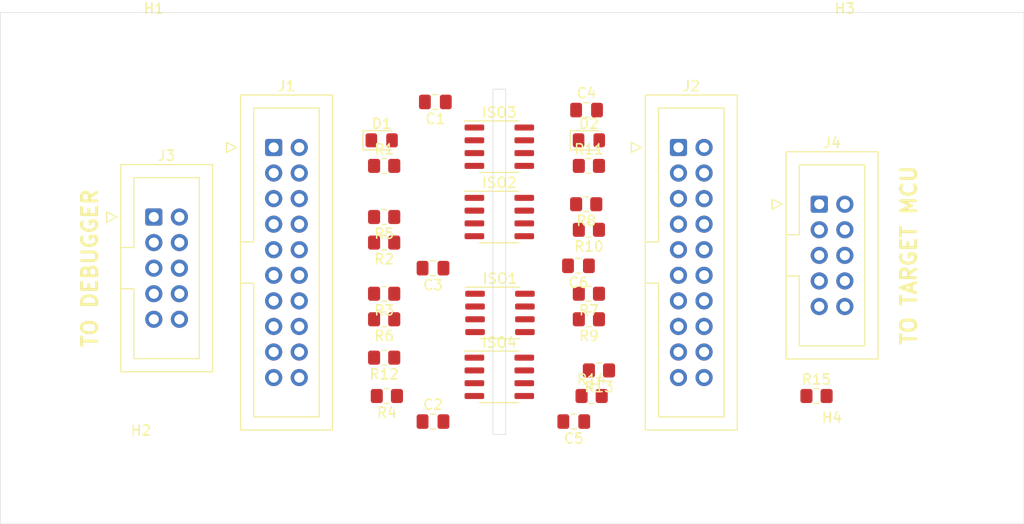
<source format=kicad_pcb>
(kicad_pcb (version 20171130) (host pcbnew "(5.1.10)-1")

  (general
    (thickness 1.6)
    (drawings 11)
    (tracks 0)
    (zones 0)
    (modules 35)
    (nets 66)
  )

  (page A4)
  (layers
    (0 F.Cu signal)
    (31 B.Cu signal)
    (32 B.Adhes user)
    (33 F.Adhes user)
    (34 B.Paste user)
    (35 F.Paste user)
    (36 B.SilkS user)
    (37 F.SilkS user)
    (38 B.Mask user)
    (39 F.Mask user)
    (40 Dwgs.User user)
    (41 Cmts.User user)
    (42 Eco1.User user)
    (43 Eco2.User user)
    (44 Edge.Cuts user)
    (45 Margin user)
    (46 B.CrtYd user)
    (47 F.CrtYd user)
    (48 B.Fab user)
    (49 F.Fab user)
  )

  (setup
    (last_trace_width 0.25)
    (trace_clearance 0.2)
    (zone_clearance 0.508)
    (zone_45_only no)
    (trace_min 0.2)
    (via_size 0.8)
    (via_drill 0.4)
    (via_min_size 0.4)
    (via_min_drill 0.3)
    (uvia_size 0.3)
    (uvia_drill 0.1)
    (uvias_allowed no)
    (uvia_min_size 0.2)
    (uvia_min_drill 0.1)
    (edge_width 0.05)
    (segment_width 0.2)
    (pcb_text_width 0.3)
    (pcb_text_size 1.5 1.5)
    (mod_edge_width 0.12)
    (mod_text_size 1 1)
    (mod_text_width 0.15)
    (pad_size 1.524 1.524)
    (pad_drill 0.762)
    (pad_to_mask_clearance 0)
    (aux_axis_origin 0 0)
    (visible_elements 7FFFFFFF)
    (pcbplotparams
      (layerselection 0x010fc_ffffffff)
      (usegerberextensions false)
      (usegerberattributes true)
      (usegerberadvancedattributes true)
      (creategerberjobfile true)
      (excludeedgelayer true)
      (linewidth 0.100000)
      (plotframeref false)
      (viasonmask false)
      (mode 1)
      (useauxorigin false)
      (hpglpennumber 1)
      (hpglpenspeed 20)
      (hpglpendiameter 15.000000)
      (psnegative false)
      (psa4output false)
      (plotreference true)
      (plotvalue true)
      (plotinvisibletext false)
      (padsonsilk false)
      (subtractmaskfromsilk false)
      (outputformat 1)
      (mirror false)
      (drillshape 1)
      (scaleselection 1)
      (outputdirectory ""))
  )

  (net 0 "")
  (net 1 GND1)
  (net 2 VCC)
  (net 3 GND2)
  (net 4 VDD)
  (net 5 "Net-(ISO1-Pad7)")
  (net 6 "Net-(ISO1-Pad6)")
  (net 7 "Net-(ISO1-Pad3)")
  (net 8 "Net-(ISO1-Pad2)")
  (net 9 "Net-(ISO2-Pad7)")
  (net 10 "Net-(ISO2-Pad6)")
  (net 11 "Net-(ISO2-Pad3)")
  (net 12 "Net-(ISO2-Pad2)")
  (net 13 "Net-(J1-Pad20)")
  (net 14 "Net-(J1-Pad18)")
  (net 15 "Net-(J1-Pad16)")
  (net 16 "Net-(J1-Pad14)")
  (net 17 "Net-(J1-Pad12)")
  (net 18 "Net-(J1-Pad10)")
  (net 19 "Net-(J1-Pad8)")
  (net 20 "Net-(J1-Pad6)")
  (net 21 "Net-(J1-Pad19)")
  (net 22 "Net-(J1-Pad17)")
  (net 23 "Net-(J1-Pad15)")
  (net 24 "Net-(J1-Pad1)")
  (net 25 "Net-(J2-Pad20)")
  (net 26 "Net-(J2-Pad18)")
  (net 27 "Net-(J2-Pad16)")
  (net 28 "Net-(J2-Pad14)")
  (net 29 "Net-(J2-Pad12)")
  (net 30 "Net-(J2-Pad10)")
  (net 31 "Net-(J2-Pad8)")
  (net 32 "Net-(J2-Pad6)")
  (net 33 "Net-(J2-Pad19)")
  (net 34 "Net-(J2-Pad17)")
  (net 35 "Net-(D1-Pad2)")
  (net 36 "Net-(D1-Pad1)")
  (net 37 "Net-(D2-Pad2)")
  (net 38 "Net-(J1-Pad13)")
  (net 39 "Net-(J1-Pad9)")
  (net 40 "Net-(J1-Pad7)")
  (net 41 "Net-(J1-Pad5)")
  (net 42 "Net-(ISO3-Pad7)")
  (net 43 "Net-(ISO3-Pad6)")
  (net 44 "Net-(ISO3-Pad3)")
  (net 45 "Net-(ISO3-Pad2)")
  (net 46 "Net-(ISO4-Pad7)")
  (net 47 "Net-(ISO4-Pad6)")
  (net 48 "Net-(ISO4-Pad3)")
  (net 49 "Net-(ISO4-Pad2)")
  (net 50 /T_nRST)
  (net 51 /T_TDO)
  (net 52 /T_TCK)
  (net 53 /T_TMS)
  (net 54 /T_TDI)
  (net 55 "Net-(J3-Pad10)")
  (net 56 "Net-(J3-Pad8)")
  (net 57 "Net-(J3-Pad6)")
  (net 58 "Net-(J3-Pad4)")
  (net 59 "Net-(J3-Pad2)")
  (net 60 "Net-(J3-Pad9)")
  (net 61 "Net-(J3-Pad7)")
  (net 62 "Net-(J3-Pad3)")
  (net 63 "Net-(J3-Pad1)")
  (net 64 "Net-(J4-Pad9)")
  (net 65 "Net-(J4-Pad7)")

  (net_class Default "This is the default net class."
    (clearance 0.2)
    (trace_width 0.25)
    (via_dia 0.8)
    (via_drill 0.4)
    (uvia_dia 0.3)
    (uvia_drill 0.1)
    (add_net /T_TCK)
    (add_net /T_TDI)
    (add_net /T_TDO)
    (add_net /T_TMS)
    (add_net /T_nRST)
    (add_net GND1)
    (add_net GND2)
    (add_net "Net-(D1-Pad1)")
    (add_net "Net-(D1-Pad2)")
    (add_net "Net-(D2-Pad2)")
    (add_net "Net-(ISO1-Pad2)")
    (add_net "Net-(ISO1-Pad3)")
    (add_net "Net-(ISO1-Pad6)")
    (add_net "Net-(ISO1-Pad7)")
    (add_net "Net-(ISO2-Pad2)")
    (add_net "Net-(ISO2-Pad3)")
    (add_net "Net-(ISO2-Pad6)")
    (add_net "Net-(ISO2-Pad7)")
    (add_net "Net-(ISO3-Pad2)")
    (add_net "Net-(ISO3-Pad3)")
    (add_net "Net-(ISO3-Pad6)")
    (add_net "Net-(ISO3-Pad7)")
    (add_net "Net-(ISO4-Pad2)")
    (add_net "Net-(ISO4-Pad3)")
    (add_net "Net-(ISO4-Pad6)")
    (add_net "Net-(ISO4-Pad7)")
    (add_net "Net-(J1-Pad1)")
    (add_net "Net-(J1-Pad10)")
    (add_net "Net-(J1-Pad12)")
    (add_net "Net-(J1-Pad13)")
    (add_net "Net-(J1-Pad14)")
    (add_net "Net-(J1-Pad15)")
    (add_net "Net-(J1-Pad16)")
    (add_net "Net-(J1-Pad17)")
    (add_net "Net-(J1-Pad18)")
    (add_net "Net-(J1-Pad19)")
    (add_net "Net-(J1-Pad20)")
    (add_net "Net-(J1-Pad5)")
    (add_net "Net-(J1-Pad6)")
    (add_net "Net-(J1-Pad7)")
    (add_net "Net-(J1-Pad8)")
    (add_net "Net-(J1-Pad9)")
    (add_net "Net-(J2-Pad10)")
    (add_net "Net-(J2-Pad12)")
    (add_net "Net-(J2-Pad14)")
    (add_net "Net-(J2-Pad16)")
    (add_net "Net-(J2-Pad17)")
    (add_net "Net-(J2-Pad18)")
    (add_net "Net-(J2-Pad19)")
    (add_net "Net-(J2-Pad20)")
    (add_net "Net-(J2-Pad6)")
    (add_net "Net-(J2-Pad8)")
    (add_net "Net-(J3-Pad1)")
    (add_net "Net-(J3-Pad10)")
    (add_net "Net-(J3-Pad2)")
    (add_net "Net-(J3-Pad3)")
    (add_net "Net-(J3-Pad4)")
    (add_net "Net-(J3-Pad6)")
    (add_net "Net-(J3-Pad7)")
    (add_net "Net-(J3-Pad8)")
    (add_net "Net-(J3-Pad9)")
    (add_net "Net-(J4-Pad7)")
    (add_net "Net-(J4-Pad9)")
    (add_net VCC)
    (add_net VDD)
  )

  (module Resistor_SMD:R_0805_2012Metric_Pad1.20x1.40mm_HandSolder (layer F.Cu) (tedit 5F68FEEE) (tstamp 613572DC)
    (at 182.61 114.3)
    (descr "Resistor SMD 0805 (2012 Metric), square (rectangular) end terminal, IPC_7351 nominal with elongated pad for handsoldering. (Body size source: IPC-SM-782 page 72, https://www.pcb-3d.com/wordpress/wp-content/uploads/ipc-sm-782a_amendment_1_and_2.pdf), generated with kicad-footprint-generator")
    (tags "resistor handsolder")
    (path /61564099)
    (attr smd)
    (fp_text reference R15 (at 0 -1.65) (layer F.SilkS)
      (effects (font (size 1 1) (thickness 0.15)))
    )
    (fp_text value R_US (at 0 1.65) (layer F.Fab)
      (effects (font (size 1 1) (thickness 0.15)))
    )
    (fp_line (start 1.85 0.95) (end -1.85 0.95) (layer F.CrtYd) (width 0.05))
    (fp_line (start 1.85 -0.95) (end 1.85 0.95) (layer F.CrtYd) (width 0.05))
    (fp_line (start -1.85 -0.95) (end 1.85 -0.95) (layer F.CrtYd) (width 0.05))
    (fp_line (start -1.85 0.95) (end -1.85 -0.95) (layer F.CrtYd) (width 0.05))
    (fp_line (start -0.227064 0.735) (end 0.227064 0.735) (layer F.SilkS) (width 0.12))
    (fp_line (start -0.227064 -0.735) (end 0.227064 -0.735) (layer F.SilkS) (width 0.12))
    (fp_line (start 1 0.625) (end -1 0.625) (layer F.Fab) (width 0.1))
    (fp_line (start 1 -0.625) (end 1 0.625) (layer F.Fab) (width 0.1))
    (fp_line (start -1 -0.625) (end 1 -0.625) (layer F.Fab) (width 0.1))
    (fp_line (start -1 0.625) (end -1 -0.625) (layer F.Fab) (width 0.1))
    (fp_text user %R (at 0 0) (layer F.Fab)
      (effects (font (size 0.5 0.5) (thickness 0.08)))
    )
    (pad 2 smd roundrect (at 1 0) (size 1.2 1.4) (layers F.Cu F.Paste F.Mask) (roundrect_rratio 0.208333)
      (net 64 "Net-(J4-Pad9)"))
    (pad 1 smd roundrect (at -1 0) (size 1.2 1.4) (layers F.Cu F.Paste F.Mask) (roundrect_rratio 0.208333)
      (net 3 GND2))
    (model ${KISYS3DMOD}/Resistor_SMD.3dshapes/R_0805_2012Metric.wrl
      (at (xyz 0 0 0))
      (scale (xyz 1 1 1))
      (rotate (xyz 0 0 0))
    )
  )

  (module Resistor_SMD:R_0805_2012Metric_Pad1.20x1.40mm_HandSolder (layer F.Cu) (tedit 5F68FEEE) (tstamp 613572CB)
    (at 160.29 114.3)
    (descr "Resistor SMD 0805 (2012 Metric), square (rectangular) end terminal, IPC_7351 nominal with elongated pad for handsoldering. (Body size source: IPC-SM-782 page 72, https://www.pcb-3d.com/wordpress/wp-content/uploads/ipc-sm-782a_amendment_1_and_2.pdf), generated with kicad-footprint-generator")
    (tags "resistor handsolder")
    (path /61484B00)
    (attr smd)
    (fp_text reference R14 (at 0 -1.65) (layer F.SilkS)
      (effects (font (size 1 1) (thickness 0.15)))
    )
    (fp_text value R_US (at 0 1.65) (layer F.Fab)
      (effects (font (size 1 1) (thickness 0.15)))
    )
    (fp_line (start 1.85 0.95) (end -1.85 0.95) (layer F.CrtYd) (width 0.05))
    (fp_line (start 1.85 -0.95) (end 1.85 0.95) (layer F.CrtYd) (width 0.05))
    (fp_line (start -1.85 -0.95) (end 1.85 -0.95) (layer F.CrtYd) (width 0.05))
    (fp_line (start -1.85 0.95) (end -1.85 -0.95) (layer F.CrtYd) (width 0.05))
    (fp_line (start -0.227064 0.735) (end 0.227064 0.735) (layer F.SilkS) (width 0.12))
    (fp_line (start -0.227064 -0.735) (end 0.227064 -0.735) (layer F.SilkS) (width 0.12))
    (fp_line (start 1 0.625) (end -1 0.625) (layer F.Fab) (width 0.1))
    (fp_line (start 1 -0.625) (end 1 0.625) (layer F.Fab) (width 0.1))
    (fp_line (start -1 -0.625) (end 1 -0.625) (layer F.Fab) (width 0.1))
    (fp_line (start -1 0.625) (end -1 -0.625) (layer F.Fab) (width 0.1))
    (fp_text user %R (at 0 0) (layer F.Fab)
      (effects (font (size 0.5 0.5) (thickness 0.08)))
    )
    (pad 2 smd roundrect (at 1 0) (size 1.2 1.4) (layers F.Cu F.Paste F.Mask) (roundrect_rratio 0.208333)
      (net 47 "Net-(ISO4-Pad6)"))
    (pad 1 smd roundrect (at -1 0) (size 1.2 1.4) (layers F.Cu F.Paste F.Mask) (roundrect_rratio 0.208333)
      (net 4 VDD))
    (model ${KISYS3DMOD}/Resistor_SMD.3dshapes/R_0805_2012Metric.wrl
      (at (xyz 0 0 0))
      (scale (xyz 1 1 1))
      (rotate (xyz 0 0 0))
    )
  )

  (module Resistor_SMD:R_0805_2012Metric_Pad1.20x1.40mm_HandSolder (layer F.Cu) (tedit 5F68FEEE) (tstamp 613572BA)
    (at 161.02 111.76 180)
    (descr "Resistor SMD 0805 (2012 Metric), square (rectangular) end terminal, IPC_7351 nominal with elongated pad for handsoldering. (Body size source: IPC-SM-782 page 72, https://www.pcb-3d.com/wordpress/wp-content/uploads/ipc-sm-782a_amendment_1_and_2.pdf), generated with kicad-footprint-generator")
    (tags "resistor handsolder")
    (path /61482AC7)
    (attr smd)
    (fp_text reference R13 (at 0 -1.65) (layer F.SilkS)
      (effects (font (size 1 1) (thickness 0.15)))
    )
    (fp_text value R_US (at 0 1.65) (layer F.Fab)
      (effects (font (size 1 1) (thickness 0.15)))
    )
    (fp_line (start 1.85 0.95) (end -1.85 0.95) (layer F.CrtYd) (width 0.05))
    (fp_line (start 1.85 -0.95) (end 1.85 0.95) (layer F.CrtYd) (width 0.05))
    (fp_line (start -1.85 -0.95) (end 1.85 -0.95) (layer F.CrtYd) (width 0.05))
    (fp_line (start -1.85 0.95) (end -1.85 -0.95) (layer F.CrtYd) (width 0.05))
    (fp_line (start -0.227064 0.735) (end 0.227064 0.735) (layer F.SilkS) (width 0.12))
    (fp_line (start -0.227064 -0.735) (end 0.227064 -0.735) (layer F.SilkS) (width 0.12))
    (fp_line (start 1 0.625) (end -1 0.625) (layer F.Fab) (width 0.1))
    (fp_line (start 1 -0.625) (end 1 0.625) (layer F.Fab) (width 0.1))
    (fp_line (start -1 -0.625) (end 1 -0.625) (layer F.Fab) (width 0.1))
    (fp_line (start -1 0.625) (end -1 -0.625) (layer F.Fab) (width 0.1))
    (fp_text user %R (at 0 0) (layer F.Fab)
      (effects (font (size 0.5 0.5) (thickness 0.08)))
    )
    (pad 2 smd roundrect (at 1 0 180) (size 1.2 1.4) (layers F.Cu F.Paste F.Mask) (roundrect_rratio 0.208333)
      (net 46 "Net-(ISO4-Pad7)"))
    (pad 1 smd roundrect (at -1 0 180) (size 1.2 1.4) (layers F.Cu F.Paste F.Mask) (roundrect_rratio 0.208333)
      (net 50 /T_nRST))
    (model ${KISYS3DMOD}/Resistor_SMD.3dshapes/R_0805_2012Metric.wrl
      (at (xyz 0 0 0))
      (scale (xyz 1 1 1))
      (rotate (xyz 0 0 0))
    )
  )

  (module Resistor_SMD:R_0805_2012Metric_Pad1.20x1.40mm_HandSolder (layer F.Cu) (tedit 5F68FEEE) (tstamp 613572A9)
    (at 139.7 110.49 180)
    (descr "Resistor SMD 0805 (2012 Metric), square (rectangular) end terminal, IPC_7351 nominal with elongated pad for handsoldering. (Body size source: IPC-SM-782 page 72, https://www.pcb-3d.com/wordpress/wp-content/uploads/ipc-sm-782a_amendment_1_and_2.pdf), generated with kicad-footprint-generator")
    (tags "resistor handsolder")
    (path /6147ED97)
    (attr smd)
    (fp_text reference R12 (at 0 -1.65) (layer F.SilkS)
      (effects (font (size 1 1) (thickness 0.15)))
    )
    (fp_text value R_US (at 0 1.65) (layer F.Fab)
      (effects (font (size 1 1) (thickness 0.15)))
    )
    (fp_line (start 1.85 0.95) (end -1.85 0.95) (layer F.CrtYd) (width 0.05))
    (fp_line (start 1.85 -0.95) (end 1.85 0.95) (layer F.CrtYd) (width 0.05))
    (fp_line (start -1.85 -0.95) (end 1.85 -0.95) (layer F.CrtYd) (width 0.05))
    (fp_line (start -1.85 0.95) (end -1.85 -0.95) (layer F.CrtYd) (width 0.05))
    (fp_line (start -0.227064 0.735) (end 0.227064 0.735) (layer F.SilkS) (width 0.12))
    (fp_line (start -0.227064 -0.735) (end 0.227064 -0.735) (layer F.SilkS) (width 0.12))
    (fp_line (start 1 0.625) (end -1 0.625) (layer F.Fab) (width 0.1))
    (fp_line (start 1 -0.625) (end 1 0.625) (layer F.Fab) (width 0.1))
    (fp_line (start -1 -0.625) (end 1 -0.625) (layer F.Fab) (width 0.1))
    (fp_line (start -1 0.625) (end -1 -0.625) (layer F.Fab) (width 0.1))
    (fp_text user %R (at 0 0) (layer F.Fab)
      (effects (font (size 0.5 0.5) (thickness 0.08)))
    )
    (pad 2 smd roundrect (at 1 0 180) (size 1.2 1.4) (layers F.Cu F.Paste F.Mask) (roundrect_rratio 0.208333)
      (net 23 "Net-(J1-Pad15)"))
    (pad 1 smd roundrect (at -1 0 180) (size 1.2 1.4) (layers F.Cu F.Paste F.Mask) (roundrect_rratio 0.208333)
      (net 49 "Net-(ISO4-Pad2)"))
    (model ${KISYS3DMOD}/Resistor_SMD.3dshapes/R_0805_2012Metric.wrl
      (at (xyz 0 0 0))
      (scale (xyz 1 1 1))
      (rotate (xyz 0 0 0))
    )
  )

  (module Resistor_SMD:R_0805_2012Metric_Pad1.20x1.40mm_HandSolder (layer F.Cu) (tedit 5F68FEEE) (tstamp 613571B8)
    (at 139.97 114.3 180)
    (descr "Resistor SMD 0805 (2012 Metric), square (rectangular) end terminal, IPC_7351 nominal with elongated pad for handsoldering. (Body size source: IPC-SM-782 page 72, https://www.pcb-3d.com/wordpress/wp-content/uploads/ipc-sm-782a_amendment_1_and_2.pdf), generated with kicad-footprint-generator")
    (tags "resistor handsolder")
    (path /61480C0D)
    (attr smd)
    (fp_text reference R4 (at 0 -1.65) (layer F.SilkS)
      (effects (font (size 1 1) (thickness 0.15)))
    )
    (fp_text value R_US (at 0 1.65) (layer F.Fab)
      (effects (font (size 1 1) (thickness 0.15)))
    )
    (fp_line (start 1.85 0.95) (end -1.85 0.95) (layer F.CrtYd) (width 0.05))
    (fp_line (start 1.85 -0.95) (end 1.85 0.95) (layer F.CrtYd) (width 0.05))
    (fp_line (start -1.85 -0.95) (end 1.85 -0.95) (layer F.CrtYd) (width 0.05))
    (fp_line (start -1.85 0.95) (end -1.85 -0.95) (layer F.CrtYd) (width 0.05))
    (fp_line (start -0.227064 0.735) (end 0.227064 0.735) (layer F.SilkS) (width 0.12))
    (fp_line (start -0.227064 -0.735) (end 0.227064 -0.735) (layer F.SilkS) (width 0.12))
    (fp_line (start 1 0.625) (end -1 0.625) (layer F.Fab) (width 0.1))
    (fp_line (start 1 -0.625) (end 1 0.625) (layer F.Fab) (width 0.1))
    (fp_line (start -1 -0.625) (end 1 -0.625) (layer F.Fab) (width 0.1))
    (fp_line (start -1 0.625) (end -1 -0.625) (layer F.Fab) (width 0.1))
    (fp_text user %R (at 0 0) (layer F.Fab)
      (effects (font (size 0.5 0.5) (thickness 0.08)))
    )
    (pad 2 smd roundrect (at 1 0 180) (size 1.2 1.4) (layers F.Cu F.Paste F.Mask) (roundrect_rratio 0.208333)
      (net 24 "Net-(J1-Pad1)"))
    (pad 1 smd roundrect (at -1 0 180) (size 1.2 1.4) (layers F.Cu F.Paste F.Mask) (roundrect_rratio 0.208333)
      (net 48 "Net-(ISO4-Pad3)"))
    (model ${KISYS3DMOD}/Resistor_SMD.3dshapes/R_0805_2012Metric.wrl
      (at (xyz 0 0 0))
      (scale (xyz 1 1 1))
      (rotate (xyz 0 0 0))
    )
  )

  (module Connector_IDC:IDC-Header_2x05_P2.54mm_Vertical (layer F.Cu) (tedit 5EAC9A07) (tstamp 61357147)
    (at 182.88 95.25)
    (descr "Through hole IDC box header, 2x05, 2.54mm pitch, DIN 41651 / IEC 60603-13, double rows, https://docs.google.com/spreadsheets/d/16SsEcesNF15N3Lb4niX7dcUr-NY5_MFPQhobNuNppn4/edit#gid=0")
    (tags "Through hole vertical IDC box header THT 2x05 2.54mm double row")
    (path /614107DE)
    (fp_text reference J4 (at 1.27 -6.1) (layer F.SilkS)
      (effects (font (size 1 1) (thickness 0.15)))
    )
    (fp_text value Conn_ARM_JTAG_SWD_10 (at 1.27 16.26) (layer F.Fab)
      (effects (font (size 1 1) (thickness 0.15)))
    )
    (fp_line (start 6.22 -5.6) (end -3.68 -5.6) (layer F.CrtYd) (width 0.05))
    (fp_line (start 6.22 15.76) (end 6.22 -5.6) (layer F.CrtYd) (width 0.05))
    (fp_line (start -3.68 15.76) (end 6.22 15.76) (layer F.CrtYd) (width 0.05))
    (fp_line (start -3.68 -5.6) (end -3.68 15.76) (layer F.CrtYd) (width 0.05))
    (fp_line (start -4.68 0.5) (end -3.68 0) (layer F.SilkS) (width 0.12))
    (fp_line (start -4.68 -0.5) (end -4.68 0.5) (layer F.SilkS) (width 0.12))
    (fp_line (start -3.68 0) (end -4.68 -0.5) (layer F.SilkS) (width 0.12))
    (fp_line (start -1.98 7.13) (end -3.29 7.13) (layer F.SilkS) (width 0.12))
    (fp_line (start -1.98 7.13) (end -1.98 7.13) (layer F.SilkS) (width 0.12))
    (fp_line (start -1.98 14.07) (end -1.98 7.13) (layer F.SilkS) (width 0.12))
    (fp_line (start 4.52 14.07) (end -1.98 14.07) (layer F.SilkS) (width 0.12))
    (fp_line (start 4.52 -3.91) (end 4.52 14.07) (layer F.SilkS) (width 0.12))
    (fp_line (start -1.98 -3.91) (end 4.52 -3.91) (layer F.SilkS) (width 0.12))
    (fp_line (start -1.98 3.03) (end -1.98 -3.91) (layer F.SilkS) (width 0.12))
    (fp_line (start -3.29 3.03) (end -1.98 3.03) (layer F.SilkS) (width 0.12))
    (fp_line (start -3.29 15.37) (end -3.29 -5.21) (layer F.SilkS) (width 0.12))
    (fp_line (start 5.83 15.37) (end -3.29 15.37) (layer F.SilkS) (width 0.12))
    (fp_line (start 5.83 -5.21) (end 5.83 15.37) (layer F.SilkS) (width 0.12))
    (fp_line (start -3.29 -5.21) (end 5.83 -5.21) (layer F.SilkS) (width 0.12))
    (fp_line (start -1.98 7.13) (end -3.18 7.13) (layer F.Fab) (width 0.1))
    (fp_line (start -1.98 7.13) (end -1.98 7.13) (layer F.Fab) (width 0.1))
    (fp_line (start -1.98 14.07) (end -1.98 7.13) (layer F.Fab) (width 0.1))
    (fp_line (start 4.52 14.07) (end -1.98 14.07) (layer F.Fab) (width 0.1))
    (fp_line (start 4.52 -3.91) (end 4.52 14.07) (layer F.Fab) (width 0.1))
    (fp_line (start -1.98 -3.91) (end 4.52 -3.91) (layer F.Fab) (width 0.1))
    (fp_line (start -1.98 3.03) (end -1.98 -3.91) (layer F.Fab) (width 0.1))
    (fp_line (start -3.18 3.03) (end -1.98 3.03) (layer F.Fab) (width 0.1))
    (fp_line (start -3.18 15.26) (end -3.18 -4.1) (layer F.Fab) (width 0.1))
    (fp_line (start 5.72 15.26) (end -3.18 15.26) (layer F.Fab) (width 0.1))
    (fp_line (start 5.72 -5.1) (end 5.72 15.26) (layer F.Fab) (width 0.1))
    (fp_line (start -2.18 -5.1) (end 5.72 -5.1) (layer F.Fab) (width 0.1))
    (fp_line (start -3.18 -4.1) (end -2.18 -5.1) (layer F.Fab) (width 0.1))
    (fp_text user %R (at 1.27 5.08 90) (layer F.Fab)
      (effects (font (size 1 1) (thickness 0.15)))
    )
    (pad 10 thru_hole circle (at 2.54 10.16) (size 1.7 1.7) (drill 1) (layers *.Cu *.Mask)
      (net 50 /T_nRST))
    (pad 8 thru_hole circle (at 2.54 7.62) (size 1.7 1.7) (drill 1) (layers *.Cu *.Mask)
      (net 54 /T_TDI))
    (pad 6 thru_hole circle (at 2.54 5.08) (size 1.7 1.7) (drill 1) (layers *.Cu *.Mask)
      (net 51 /T_TDO))
    (pad 4 thru_hole circle (at 2.54 2.54) (size 1.7 1.7) (drill 1) (layers *.Cu *.Mask)
      (net 52 /T_TCK))
    (pad 2 thru_hole circle (at 2.54 0) (size 1.7 1.7) (drill 1) (layers *.Cu *.Mask)
      (net 53 /T_TMS))
    (pad 9 thru_hole circle (at 0 10.16) (size 1.7 1.7) (drill 1) (layers *.Cu *.Mask)
      (net 64 "Net-(J4-Pad9)"))
    (pad 7 thru_hole circle (at 0 7.62) (size 1.7 1.7) (drill 1) (layers *.Cu *.Mask)
      (net 65 "Net-(J4-Pad7)"))
    (pad 5 thru_hole circle (at 0 5.08) (size 1.7 1.7) (drill 1) (layers *.Cu *.Mask)
      (net 3 GND2))
    (pad 3 thru_hole circle (at 0 2.54) (size 1.7 1.7) (drill 1) (layers *.Cu *.Mask)
      (net 3 GND2))
    (pad 1 thru_hole roundrect (at 0 0) (size 1.7 1.7) (drill 1) (layers *.Cu *.Mask) (roundrect_rratio 0.147059)
      (net 4 VDD))
    (model ${KISYS3DMOD}/Connector_IDC.3dshapes/IDC-Header_2x05_P2.54mm_Vertical.wrl
      (at (xyz 0 0 0))
      (scale (xyz 1 1 1))
      (rotate (xyz 0 0 0))
    )
  )

  (module Connector_IDC:IDC-Header_2x05_P2.54mm_Vertical (layer F.Cu) (tedit 5EAC9A07) (tstamp 61357118)
    (at 116.84 96.52)
    (descr "Through hole IDC box header, 2x05, 2.54mm pitch, DIN 41651 / IEC 60603-13, double rows, https://docs.google.com/spreadsheets/d/16SsEcesNF15N3Lb4niX7dcUr-NY5_MFPQhobNuNppn4/edit#gid=0")
    (tags "Through hole vertical IDC box header THT 2x05 2.54mm double row")
    (path /61409178)
    (fp_text reference J3 (at 1.27 -6.1) (layer F.SilkS)
      (effects (font (size 1 1) (thickness 0.15)))
    )
    (fp_text value Conn_ARM_JTAG_SWD_10 (at 1.27 16.26) (layer F.Fab)
      (effects (font (size 1 1) (thickness 0.15)))
    )
    (fp_line (start 6.22 -5.6) (end -3.68 -5.6) (layer F.CrtYd) (width 0.05))
    (fp_line (start 6.22 15.76) (end 6.22 -5.6) (layer F.CrtYd) (width 0.05))
    (fp_line (start -3.68 15.76) (end 6.22 15.76) (layer F.CrtYd) (width 0.05))
    (fp_line (start -3.68 -5.6) (end -3.68 15.76) (layer F.CrtYd) (width 0.05))
    (fp_line (start -4.68 0.5) (end -3.68 0) (layer F.SilkS) (width 0.12))
    (fp_line (start -4.68 -0.5) (end -4.68 0.5) (layer F.SilkS) (width 0.12))
    (fp_line (start -3.68 0) (end -4.68 -0.5) (layer F.SilkS) (width 0.12))
    (fp_line (start -1.98 7.13) (end -3.29 7.13) (layer F.SilkS) (width 0.12))
    (fp_line (start -1.98 7.13) (end -1.98 7.13) (layer F.SilkS) (width 0.12))
    (fp_line (start -1.98 14.07) (end -1.98 7.13) (layer F.SilkS) (width 0.12))
    (fp_line (start 4.52 14.07) (end -1.98 14.07) (layer F.SilkS) (width 0.12))
    (fp_line (start 4.52 -3.91) (end 4.52 14.07) (layer F.SilkS) (width 0.12))
    (fp_line (start -1.98 -3.91) (end 4.52 -3.91) (layer F.SilkS) (width 0.12))
    (fp_line (start -1.98 3.03) (end -1.98 -3.91) (layer F.SilkS) (width 0.12))
    (fp_line (start -3.29 3.03) (end -1.98 3.03) (layer F.SilkS) (width 0.12))
    (fp_line (start -3.29 15.37) (end -3.29 -5.21) (layer F.SilkS) (width 0.12))
    (fp_line (start 5.83 15.37) (end -3.29 15.37) (layer F.SilkS) (width 0.12))
    (fp_line (start 5.83 -5.21) (end 5.83 15.37) (layer F.SilkS) (width 0.12))
    (fp_line (start -3.29 -5.21) (end 5.83 -5.21) (layer F.SilkS) (width 0.12))
    (fp_line (start -1.98 7.13) (end -3.18 7.13) (layer F.Fab) (width 0.1))
    (fp_line (start -1.98 7.13) (end -1.98 7.13) (layer F.Fab) (width 0.1))
    (fp_line (start -1.98 14.07) (end -1.98 7.13) (layer F.Fab) (width 0.1))
    (fp_line (start 4.52 14.07) (end -1.98 14.07) (layer F.Fab) (width 0.1))
    (fp_line (start 4.52 -3.91) (end 4.52 14.07) (layer F.Fab) (width 0.1))
    (fp_line (start -1.98 -3.91) (end 4.52 -3.91) (layer F.Fab) (width 0.1))
    (fp_line (start -1.98 3.03) (end -1.98 -3.91) (layer F.Fab) (width 0.1))
    (fp_line (start -3.18 3.03) (end -1.98 3.03) (layer F.Fab) (width 0.1))
    (fp_line (start -3.18 15.26) (end -3.18 -4.1) (layer F.Fab) (width 0.1))
    (fp_line (start 5.72 15.26) (end -3.18 15.26) (layer F.Fab) (width 0.1))
    (fp_line (start 5.72 -5.1) (end 5.72 15.26) (layer F.Fab) (width 0.1))
    (fp_line (start -2.18 -5.1) (end 5.72 -5.1) (layer F.Fab) (width 0.1))
    (fp_line (start -3.18 -4.1) (end -2.18 -5.1) (layer F.Fab) (width 0.1))
    (fp_text user %R (at 1.27 5.08 90) (layer F.Fab)
      (effects (font (size 1 1) (thickness 0.15)))
    )
    (pad 10 thru_hole circle (at 2.54 10.16) (size 1.7 1.7) (drill 1) (layers *.Cu *.Mask)
      (net 55 "Net-(J3-Pad10)"))
    (pad 8 thru_hole circle (at 2.54 7.62) (size 1.7 1.7) (drill 1) (layers *.Cu *.Mask)
      (net 56 "Net-(J3-Pad8)"))
    (pad 6 thru_hole circle (at 2.54 5.08) (size 1.7 1.7) (drill 1) (layers *.Cu *.Mask)
      (net 57 "Net-(J3-Pad6)"))
    (pad 4 thru_hole circle (at 2.54 2.54) (size 1.7 1.7) (drill 1) (layers *.Cu *.Mask)
      (net 58 "Net-(J3-Pad4)"))
    (pad 2 thru_hole circle (at 2.54 0) (size 1.7 1.7) (drill 1) (layers *.Cu *.Mask)
      (net 59 "Net-(J3-Pad2)"))
    (pad 9 thru_hole circle (at 0 10.16) (size 1.7 1.7) (drill 1) (layers *.Cu *.Mask)
      (net 60 "Net-(J3-Pad9)"))
    (pad 7 thru_hole circle (at 0 7.62) (size 1.7 1.7) (drill 1) (layers *.Cu *.Mask)
      (net 61 "Net-(J3-Pad7)"))
    (pad 5 thru_hole circle (at 0 5.08) (size 1.7 1.7) (drill 1) (layers *.Cu *.Mask)
      (net 62 "Net-(J3-Pad3)"))
    (pad 3 thru_hole circle (at 0 2.54) (size 1.7 1.7) (drill 1) (layers *.Cu *.Mask)
      (net 62 "Net-(J3-Pad3)"))
    (pad 1 thru_hole roundrect (at 0 0) (size 1.7 1.7) (drill 1) (layers *.Cu *.Mask) (roundrect_rratio 0.147059)
      (net 63 "Net-(J3-Pad1)"))
    (model ${KISYS3DMOD}/Connector_IDC.3dshapes/IDC-Header_2x05_P2.54mm_Vertical.wrl
      (at (xyz 0 0 0))
      (scale (xyz 1 1 1))
      (rotate (xyz 0 0 0))
    )
  )

  (module Package_SO:SOIC-8_3.9x4.9mm_P1.27mm (layer F.Cu) (tedit 5D9F72B1) (tstamp 61357009)
    (at 151.13 112.395)
    (descr "SOIC, 8 Pin (JEDEC MS-012AA, https://www.analog.com/media/en/package-pcb-resources/package/pkg_pdf/soic_narrow-r/r_8.pdf), generated with kicad-footprint-generator ipc_gullwing_generator.py")
    (tags "SOIC SO")
    (path /61433F9E)
    (attr smd)
    (fp_text reference ISO4 (at 0 -3.4) (layer F.SilkS)
      (effects (font (size 1 1) (thickness 0.15)))
    )
    (fp_text value Si8621 (at 0 3.4) (layer F.Fab)
      (effects (font (size 1 1) (thickness 0.15)))
    )
    (fp_line (start 3.7 -2.7) (end -3.7 -2.7) (layer F.CrtYd) (width 0.05))
    (fp_line (start 3.7 2.7) (end 3.7 -2.7) (layer F.CrtYd) (width 0.05))
    (fp_line (start -3.7 2.7) (end 3.7 2.7) (layer F.CrtYd) (width 0.05))
    (fp_line (start -3.7 -2.7) (end -3.7 2.7) (layer F.CrtYd) (width 0.05))
    (fp_line (start -1.95 -1.475) (end -0.975 -2.45) (layer F.Fab) (width 0.1))
    (fp_line (start -1.95 2.45) (end -1.95 -1.475) (layer F.Fab) (width 0.1))
    (fp_line (start 1.95 2.45) (end -1.95 2.45) (layer F.Fab) (width 0.1))
    (fp_line (start 1.95 -2.45) (end 1.95 2.45) (layer F.Fab) (width 0.1))
    (fp_line (start -0.975 -2.45) (end 1.95 -2.45) (layer F.Fab) (width 0.1))
    (fp_line (start 0 -2.56) (end -3.45 -2.56) (layer F.SilkS) (width 0.12))
    (fp_line (start 0 -2.56) (end 1.95 -2.56) (layer F.SilkS) (width 0.12))
    (fp_line (start 0 2.56) (end -1.95 2.56) (layer F.SilkS) (width 0.12))
    (fp_line (start 0 2.56) (end 1.95 2.56) (layer F.SilkS) (width 0.12))
    (fp_text user %R (at 0 0) (layer F.Fab)
      (effects (font (size 0.98 0.98) (thickness 0.15)))
    )
    (pad 8 smd roundrect (at 2.475 -1.905) (size 1.95 0.6) (layers F.Cu F.Paste F.Mask) (roundrect_rratio 0.25)
      (net 4 VDD))
    (pad 7 smd roundrect (at 2.475 -0.635) (size 1.95 0.6) (layers F.Cu F.Paste F.Mask) (roundrect_rratio 0.25)
      (net 46 "Net-(ISO4-Pad7)"))
    (pad 6 smd roundrect (at 2.475 0.635) (size 1.95 0.6) (layers F.Cu F.Paste F.Mask) (roundrect_rratio 0.25)
      (net 47 "Net-(ISO4-Pad6)"))
    (pad 5 smd roundrect (at 2.475 1.905) (size 1.95 0.6) (layers F.Cu F.Paste F.Mask) (roundrect_rratio 0.25)
      (net 3 GND2))
    (pad 4 smd roundrect (at -2.475 1.905) (size 1.95 0.6) (layers F.Cu F.Paste F.Mask) (roundrect_rratio 0.25)
      (net 1 GND1))
    (pad 3 smd roundrect (at -2.475 0.635) (size 1.95 0.6) (layers F.Cu F.Paste F.Mask) (roundrect_rratio 0.25)
      (net 48 "Net-(ISO4-Pad3)"))
    (pad 2 smd roundrect (at -2.475 -0.635) (size 1.95 0.6) (layers F.Cu F.Paste F.Mask) (roundrect_rratio 0.25)
      (net 49 "Net-(ISO4-Pad2)"))
    (pad 1 smd roundrect (at -2.475 -1.905) (size 1.95 0.6) (layers F.Cu F.Paste F.Mask) (roundrect_rratio 0.25)
      (net 2 VCC))
    (model ${KISYS3DMOD}/Package_SO.3dshapes/SOIC-8_3.9x4.9mm_P1.27mm.wrl
      (at (xyz 0 0 0))
      (scale (xyz 1 1 1))
      (rotate (xyz 0 0 0))
    )
  )

  (module Package_SO:SOIC-8_3.9x4.9mm_P1.27mm (layer F.Cu) (tedit 5D9F72B1) (tstamp 61356FEF)
    (at 151.13 89.535)
    (descr "SOIC, 8 Pin (JEDEC MS-012AA, https://www.analog.com/media/en/package-pcb-resources/package/pkg_pdf/soic_narrow-r/r_8.pdf), generated with kicad-footprint-generator ipc_gullwing_generator.py")
    (tags "SOIC SO")
    (path /614ADF20)
    (attr smd)
    (fp_text reference ISO3 (at 0 -3.4) (layer F.SilkS)
      (effects (font (size 1 1) (thickness 0.15)))
    )
    (fp_text value Si8621 (at 0 3.4) (layer F.Fab)
      (effects (font (size 1 1) (thickness 0.15)))
    )
    (fp_line (start 3.7 -2.7) (end -3.7 -2.7) (layer F.CrtYd) (width 0.05))
    (fp_line (start 3.7 2.7) (end 3.7 -2.7) (layer F.CrtYd) (width 0.05))
    (fp_line (start -3.7 2.7) (end 3.7 2.7) (layer F.CrtYd) (width 0.05))
    (fp_line (start -3.7 -2.7) (end -3.7 2.7) (layer F.CrtYd) (width 0.05))
    (fp_line (start -1.95 -1.475) (end -0.975 -2.45) (layer F.Fab) (width 0.1))
    (fp_line (start -1.95 2.45) (end -1.95 -1.475) (layer F.Fab) (width 0.1))
    (fp_line (start 1.95 2.45) (end -1.95 2.45) (layer F.Fab) (width 0.1))
    (fp_line (start 1.95 -2.45) (end 1.95 2.45) (layer F.Fab) (width 0.1))
    (fp_line (start -0.975 -2.45) (end 1.95 -2.45) (layer F.Fab) (width 0.1))
    (fp_line (start 0 -2.56) (end -3.45 -2.56) (layer F.SilkS) (width 0.12))
    (fp_line (start 0 -2.56) (end 1.95 -2.56) (layer F.SilkS) (width 0.12))
    (fp_line (start 0 2.56) (end -1.95 2.56) (layer F.SilkS) (width 0.12))
    (fp_line (start 0 2.56) (end 1.95 2.56) (layer F.SilkS) (width 0.12))
    (fp_text user %R (at 0 0) (layer F.Fab)
      (effects (font (size 0.98 0.98) (thickness 0.15)))
    )
    (pad 8 smd roundrect (at 2.475 -1.905) (size 1.95 0.6) (layers F.Cu F.Paste F.Mask) (roundrect_rratio 0.25)
      (net 4 VDD))
    (pad 7 smd roundrect (at 2.475 -0.635) (size 1.95 0.6) (layers F.Cu F.Paste F.Mask) (roundrect_rratio 0.25)
      (net 42 "Net-(ISO3-Pad7)"))
    (pad 6 smd roundrect (at 2.475 0.635) (size 1.95 0.6) (layers F.Cu F.Paste F.Mask) (roundrect_rratio 0.25)
      (net 43 "Net-(ISO3-Pad6)"))
    (pad 5 smd roundrect (at 2.475 1.905) (size 1.95 0.6) (layers F.Cu F.Paste F.Mask) (roundrect_rratio 0.25)
      (net 3 GND2))
    (pad 4 smd roundrect (at -2.475 1.905) (size 1.95 0.6) (layers F.Cu F.Paste F.Mask) (roundrect_rratio 0.25)
      (net 1 GND1))
    (pad 3 smd roundrect (at -2.475 0.635) (size 1.95 0.6) (layers F.Cu F.Paste F.Mask) (roundrect_rratio 0.25)
      (net 44 "Net-(ISO3-Pad3)"))
    (pad 2 smd roundrect (at -2.475 -0.635) (size 1.95 0.6) (layers F.Cu F.Paste F.Mask) (roundrect_rratio 0.25)
      (net 45 "Net-(ISO3-Pad2)"))
    (pad 1 smd roundrect (at -2.475 -1.905) (size 1.95 0.6) (layers F.Cu F.Paste F.Mask) (roundrect_rratio 0.25)
      (net 2 VCC))
    (model ${KISYS3DMOD}/Package_SO.3dshapes/SOIC-8_3.9x4.9mm_P1.27mm.wrl
      (at (xyz 0 0 0))
      (scale (xyz 1 1 1))
      (rotate (xyz 0 0 0))
    )
  )

  (module MountingHole:MountingHole_3.2mm_M3 (layer F.Cu) (tedit 56D1B4CB) (tstamp 6135654B)
    (at 184.15 120.65)
    (descr "Mounting Hole 3.2mm, no annular, M3")
    (tags "mounting hole 3.2mm no annular m3")
    (path /61402106)
    (attr virtual)
    (fp_text reference H4 (at 0 -4.2) (layer F.SilkS)
      (effects (font (size 1 1) (thickness 0.15)))
    )
    (fp_text value MountingHole (at 0 4.2) (layer F.Fab)
      (effects (font (size 1 1) (thickness 0.15)))
    )
    (fp_circle (center 0 0) (end 3.45 0) (layer F.CrtYd) (width 0.05))
    (fp_circle (center 0 0) (end 3.2 0) (layer Cmts.User) (width 0.15))
    (fp_text user %R (at 0.3 0) (layer F.Fab)
      (effects (font (size 1 1) (thickness 0.15)))
    )
    (pad 1 np_thru_hole circle (at 0 0) (size 3.2 3.2) (drill 3.2) (layers *.Cu *.Mask))
  )

  (module MountingHole:MountingHole_3.2mm_M3 (layer F.Cu) (tedit 56D1B4CB) (tstamp 61356543)
    (at 185.42 80.01)
    (descr "Mounting Hole 3.2mm, no annular, M3")
    (tags "mounting hole 3.2mm no annular m3")
    (path /613F62FB)
    (attr virtual)
    (fp_text reference H3 (at 0 -4.2) (layer F.SilkS)
      (effects (font (size 1 1) (thickness 0.15)))
    )
    (fp_text value MountingHole (at 0 4.2) (layer F.Fab)
      (effects (font (size 1 1) (thickness 0.15)))
    )
    (fp_circle (center 0 0) (end 3.45 0) (layer F.CrtYd) (width 0.05))
    (fp_circle (center 0 0) (end 3.2 0) (layer Cmts.User) (width 0.15))
    (fp_text user %R (at 0.3 0) (layer F.Fab)
      (effects (font (size 1 1) (thickness 0.15)))
    )
    (pad 1 np_thru_hole circle (at 0 0) (size 3.2 3.2) (drill 3.2) (layers *.Cu *.Mask))
  )

  (module MountingHole:MountingHole_3.2mm_M3 (layer F.Cu) (tedit 56D1B4CB) (tstamp 6135653B)
    (at 115.57 121.92)
    (descr "Mounting Hole 3.2mm, no annular, M3")
    (tags "mounting hole 3.2mm no annular m3")
    (path /6140210C)
    (attr virtual)
    (fp_text reference H2 (at 0 -4.2) (layer F.SilkS)
      (effects (font (size 1 1) (thickness 0.15)))
    )
    (fp_text value MountingHole (at 0 4.2) (layer F.Fab)
      (effects (font (size 1 1) (thickness 0.15)))
    )
    (fp_circle (center 0 0) (end 3.45 0) (layer F.CrtYd) (width 0.05))
    (fp_circle (center 0 0) (end 3.2 0) (layer Cmts.User) (width 0.15))
    (fp_text user %R (at 0.3 0) (layer F.Fab)
      (effects (font (size 1 1) (thickness 0.15)))
    )
    (pad 1 np_thru_hole circle (at 0 0) (size 3.2 3.2) (drill 3.2) (layers *.Cu *.Mask))
  )

  (module MountingHole:MountingHole_3.2mm_M3 (layer F.Cu) (tedit 56D1B4CB) (tstamp 61356533)
    (at 116.84 80.01)
    (descr "Mounting Hole 3.2mm, no annular, M3")
    (tags "mounting hole 3.2mm no annular m3")
    (path /613F7E6A)
    (attr virtual)
    (fp_text reference H1 (at 0 -4.2) (layer F.SilkS)
      (effects (font (size 1 1) (thickness 0.15)))
    )
    (fp_text value MountingHole (at 0 4.2) (layer F.Fab)
      (effects (font (size 1 1) (thickness 0.15)))
    )
    (fp_circle (center 0 0) (end 3.45 0) (layer F.CrtYd) (width 0.05))
    (fp_circle (center 0 0) (end 3.2 0) (layer Cmts.User) (width 0.15))
    (fp_text user %R (at 0.3 0) (layer F.Fab)
      (effects (font (size 1 1) (thickness 0.15)))
    )
    (pad 1 np_thru_hole circle (at 0 0) (size 3.2 3.2) (drill 3.2) (layers *.Cu *.Mask))
  )

  (module Resistor_SMD:R_0805_2012Metric_Pad1.20x1.40mm_HandSolder (layer F.Cu) (tedit 5F68FEEE) (tstamp 613513E1)
    (at 160.02 91.44)
    (descr "Resistor SMD 0805 (2012 Metric), square (rectangular) end terminal, IPC_7351 nominal with elongated pad for handsoldering. (Body size source: IPC-SM-782 page 72, https://www.pcb-3d.com/wordpress/wp-content/uploads/ipc-sm-782a_amendment_1_and_2.pdf), generated with kicad-footprint-generator")
    (tags "resistor handsolder")
    (path /613B2615)
    (attr smd)
    (fp_text reference R11 (at 0 -1.65) (layer F.SilkS)
      (effects (font (size 1 1) (thickness 0.15)))
    )
    (fp_text value R_US (at 0 1.65) (layer F.Fab)
      (effects (font (size 1 1) (thickness 0.15)))
    )
    (fp_line (start 1.85 0.95) (end -1.85 0.95) (layer F.CrtYd) (width 0.05))
    (fp_line (start 1.85 -0.95) (end 1.85 0.95) (layer F.CrtYd) (width 0.05))
    (fp_line (start -1.85 -0.95) (end 1.85 -0.95) (layer F.CrtYd) (width 0.05))
    (fp_line (start -1.85 0.95) (end -1.85 -0.95) (layer F.CrtYd) (width 0.05))
    (fp_line (start -0.227064 0.735) (end 0.227064 0.735) (layer F.SilkS) (width 0.12))
    (fp_line (start -0.227064 -0.735) (end 0.227064 -0.735) (layer F.SilkS) (width 0.12))
    (fp_line (start 1 0.625) (end -1 0.625) (layer F.Fab) (width 0.1))
    (fp_line (start 1 -0.625) (end 1 0.625) (layer F.Fab) (width 0.1))
    (fp_line (start -1 -0.625) (end 1 -0.625) (layer F.Fab) (width 0.1))
    (fp_line (start -1 0.625) (end -1 -0.625) (layer F.Fab) (width 0.1))
    (fp_text user %R (at 0 0) (layer F.Fab)
      (effects (font (size 0.5 0.5) (thickness 0.08)))
    )
    (pad 2 smd roundrect (at 1 0) (size 1.2 1.4) (layers F.Cu F.Paste F.Mask) (roundrect_rratio 0.208333)
      (net 37 "Net-(D2-Pad2)"))
    (pad 1 smd roundrect (at -1 0) (size 1.2 1.4) (layers F.Cu F.Paste F.Mask) (roundrect_rratio 0.208333)
      (net 3 GND2))
    (model ${KISYS3DMOD}/Resistor_SMD.3dshapes/R_0805_2012Metric.wrl
      (at (xyz 0 0 0))
      (scale (xyz 1 1 1))
      (rotate (xyz 0 0 0))
    )
  )

  (module Resistor_SMD:R_0805_2012Metric_Pad1.20x1.40mm_HandSolder (layer F.Cu) (tedit 5F68FEEE) (tstamp 613513D0)
    (at 160.02 97.79 180)
    (descr "Resistor SMD 0805 (2012 Metric), square (rectangular) end terminal, IPC_7351 nominal with elongated pad for handsoldering. (Body size source: IPC-SM-782 page 72, https://www.pcb-3d.com/wordpress/wp-content/uploads/ipc-sm-782a_amendment_1_and_2.pdf), generated with kicad-footprint-generator")
    (tags "resistor handsolder")
    (path /613B0176)
    (attr smd)
    (fp_text reference R10 (at 0 -1.65) (layer F.SilkS)
      (effects (font (size 1 1) (thickness 0.15)))
    )
    (fp_text value R_US (at 0 1.65) (layer F.Fab)
      (effects (font (size 1 1) (thickness 0.15)))
    )
    (fp_line (start 1.85 0.95) (end -1.85 0.95) (layer F.CrtYd) (width 0.05))
    (fp_line (start 1.85 -0.95) (end 1.85 0.95) (layer F.CrtYd) (width 0.05))
    (fp_line (start -1.85 -0.95) (end 1.85 -0.95) (layer F.CrtYd) (width 0.05))
    (fp_line (start -1.85 0.95) (end -1.85 -0.95) (layer F.CrtYd) (width 0.05))
    (fp_line (start -0.227064 0.735) (end 0.227064 0.735) (layer F.SilkS) (width 0.12))
    (fp_line (start -0.227064 -0.735) (end 0.227064 -0.735) (layer F.SilkS) (width 0.12))
    (fp_line (start 1 0.625) (end -1 0.625) (layer F.Fab) (width 0.1))
    (fp_line (start 1 -0.625) (end 1 0.625) (layer F.Fab) (width 0.1))
    (fp_line (start -1 -0.625) (end 1 -0.625) (layer F.Fab) (width 0.1))
    (fp_line (start -1 0.625) (end -1 -0.625) (layer F.Fab) (width 0.1))
    (fp_text user %R (at 0 0) (layer F.Fab)
      (effects (font (size 0.5 0.5) (thickness 0.08)))
    )
    (pad 2 smd roundrect (at 1 0 180) (size 1.2 1.4) (layers F.Cu F.Paste F.Mask) (roundrect_rratio 0.208333)
      (net 10 "Net-(ISO2-Pad6)"))
    (pad 1 smd roundrect (at -1 0 180) (size 1.2 1.4) (layers F.Cu F.Paste F.Mask) (roundrect_rratio 0.208333)
      (net 54 /T_TDI))
    (model ${KISYS3DMOD}/Resistor_SMD.3dshapes/R_0805_2012Metric.wrl
      (at (xyz 0 0 0))
      (scale (xyz 1 1 1))
      (rotate (xyz 0 0 0))
    )
  )

  (module Resistor_SMD:R_0805_2012Metric_Pad1.20x1.40mm_HandSolder (layer F.Cu) (tedit 5F68FEEE) (tstamp 61357959)
    (at 160.02 106.68 180)
    (descr "Resistor SMD 0805 (2012 Metric), square (rectangular) end terminal, IPC_7351 nominal with elongated pad for handsoldering. (Body size source: IPC-SM-782 page 72, https://www.pcb-3d.com/wordpress/wp-content/uploads/ipc-sm-782a_amendment_1_and_2.pdf), generated with kicad-footprint-generator")
    (tags "resistor handsolder")
    (path /613AE645)
    (attr smd)
    (fp_text reference R9 (at 0 -1.65) (layer F.SilkS)
      (effects (font (size 1 1) (thickness 0.15)))
    )
    (fp_text value R_US (at 0 1.65) (layer F.Fab)
      (effects (font (size 1 1) (thickness 0.15)))
    )
    (fp_line (start 1.85 0.95) (end -1.85 0.95) (layer F.CrtYd) (width 0.05))
    (fp_line (start 1.85 -0.95) (end 1.85 0.95) (layer F.CrtYd) (width 0.05))
    (fp_line (start -1.85 -0.95) (end 1.85 -0.95) (layer F.CrtYd) (width 0.05))
    (fp_line (start -1.85 0.95) (end -1.85 -0.95) (layer F.CrtYd) (width 0.05))
    (fp_line (start -0.227064 0.735) (end 0.227064 0.735) (layer F.SilkS) (width 0.12))
    (fp_line (start -0.227064 -0.735) (end 0.227064 -0.735) (layer F.SilkS) (width 0.12))
    (fp_line (start 1 0.625) (end -1 0.625) (layer F.Fab) (width 0.1))
    (fp_line (start 1 -0.625) (end 1 0.625) (layer F.Fab) (width 0.1))
    (fp_line (start -1 -0.625) (end 1 -0.625) (layer F.Fab) (width 0.1))
    (fp_line (start -1 0.625) (end -1 -0.625) (layer F.Fab) (width 0.1))
    (fp_text user %R (at 0 0) (layer F.Fab)
      (effects (font (size 0.5 0.5) (thickness 0.08)))
    )
    (pad 2 smd roundrect (at 1 0 180) (size 1.2 1.4) (layers F.Cu F.Paste F.Mask) (roundrect_rratio 0.208333)
      (net 6 "Net-(ISO1-Pad6)"))
    (pad 1 smd roundrect (at -1 0 180) (size 1.2 1.4) (layers F.Cu F.Paste F.Mask) (roundrect_rratio 0.208333)
      (net 51 /T_TDO))
    (model ${KISYS3DMOD}/Resistor_SMD.3dshapes/R_0805_2012Metric.wrl
      (at (xyz 0 0 0))
      (scale (xyz 1 1 1))
      (rotate (xyz 0 0 0))
    )
  )

  (module Resistor_SMD:R_0805_2012Metric_Pad1.20x1.40mm_HandSolder (layer F.Cu) (tedit 5F68FEEE) (tstamp 613513AE)
    (at 159.75 95.25 180)
    (descr "Resistor SMD 0805 (2012 Metric), square (rectangular) end terminal, IPC_7351 nominal with elongated pad for handsoldering. (Body size source: IPC-SM-782 page 72, https://www.pcb-3d.com/wordpress/wp-content/uploads/ipc-sm-782a_amendment_1_and_2.pdf), generated with kicad-footprint-generator")
    (tags "resistor handsolder")
    (path /613AF2FA)
    (attr smd)
    (fp_text reference R8 (at 0 -1.65) (layer F.SilkS)
      (effects (font (size 1 1) (thickness 0.15)))
    )
    (fp_text value R_US (at 0 1.65) (layer F.Fab)
      (effects (font (size 1 1) (thickness 0.15)))
    )
    (fp_line (start 1.85 0.95) (end -1.85 0.95) (layer F.CrtYd) (width 0.05))
    (fp_line (start 1.85 -0.95) (end 1.85 0.95) (layer F.CrtYd) (width 0.05))
    (fp_line (start -1.85 -0.95) (end 1.85 -0.95) (layer F.CrtYd) (width 0.05))
    (fp_line (start -1.85 0.95) (end -1.85 -0.95) (layer F.CrtYd) (width 0.05))
    (fp_line (start -0.227064 0.735) (end 0.227064 0.735) (layer F.SilkS) (width 0.12))
    (fp_line (start -0.227064 -0.735) (end 0.227064 -0.735) (layer F.SilkS) (width 0.12))
    (fp_line (start 1 0.625) (end -1 0.625) (layer F.Fab) (width 0.1))
    (fp_line (start 1 -0.625) (end 1 0.625) (layer F.Fab) (width 0.1))
    (fp_line (start -1 -0.625) (end 1 -0.625) (layer F.Fab) (width 0.1))
    (fp_line (start -1 0.625) (end -1 -0.625) (layer F.Fab) (width 0.1))
    (fp_text user %R (at 0 0) (layer F.Fab)
      (effects (font (size 0.5 0.5) (thickness 0.08)))
    )
    (pad 2 smd roundrect (at 1 0 180) (size 1.2 1.4) (layers F.Cu F.Paste F.Mask) (roundrect_rratio 0.208333)
      (net 9 "Net-(ISO2-Pad7)"))
    (pad 1 smd roundrect (at -1 0 180) (size 1.2 1.4) (layers F.Cu F.Paste F.Mask) (roundrect_rratio 0.208333)
      (net 53 /T_TMS))
    (model ${KISYS3DMOD}/Resistor_SMD.3dshapes/R_0805_2012Metric.wrl
      (at (xyz 0 0 0))
      (scale (xyz 1 1 1))
      (rotate (xyz 0 0 0))
    )
  )

  (module Resistor_SMD:R_0805_2012Metric_Pad1.20x1.40mm_HandSolder (layer F.Cu) (tedit 5F68FEEE) (tstamp 61357989)
    (at 160.02 104.14 180)
    (descr "Resistor SMD 0805 (2012 Metric), square (rectangular) end terminal, IPC_7351 nominal with elongated pad for handsoldering. (Body size source: IPC-SM-782 page 72, https://www.pcb-3d.com/wordpress/wp-content/uploads/ipc-sm-782a_amendment_1_and_2.pdf), generated with kicad-footprint-generator")
    (tags "resistor handsolder")
    (path /613AD946)
    (attr smd)
    (fp_text reference R7 (at 0 -1.65) (layer F.SilkS)
      (effects (font (size 1 1) (thickness 0.15)))
    )
    (fp_text value R_US (at 0 1.65) (layer F.Fab)
      (effects (font (size 1 1) (thickness 0.15)))
    )
    (fp_line (start 1.85 0.95) (end -1.85 0.95) (layer F.CrtYd) (width 0.05))
    (fp_line (start 1.85 -0.95) (end 1.85 0.95) (layer F.CrtYd) (width 0.05))
    (fp_line (start -1.85 -0.95) (end 1.85 -0.95) (layer F.CrtYd) (width 0.05))
    (fp_line (start -1.85 0.95) (end -1.85 -0.95) (layer F.CrtYd) (width 0.05))
    (fp_line (start -0.227064 0.735) (end 0.227064 0.735) (layer F.SilkS) (width 0.12))
    (fp_line (start -0.227064 -0.735) (end 0.227064 -0.735) (layer F.SilkS) (width 0.12))
    (fp_line (start 1 0.625) (end -1 0.625) (layer F.Fab) (width 0.1))
    (fp_line (start 1 -0.625) (end 1 0.625) (layer F.Fab) (width 0.1))
    (fp_line (start -1 -0.625) (end 1 -0.625) (layer F.Fab) (width 0.1))
    (fp_line (start -1 0.625) (end -1 -0.625) (layer F.Fab) (width 0.1))
    (fp_text user %R (at 0 0) (layer F.Fab)
      (effects (font (size 0.5 0.5) (thickness 0.08)))
    )
    (pad 2 smd roundrect (at 1 0 180) (size 1.2 1.4) (layers F.Cu F.Paste F.Mask) (roundrect_rratio 0.208333)
      (net 5 "Net-(ISO1-Pad7)"))
    (pad 1 smd roundrect (at -1 0 180) (size 1.2 1.4) (layers F.Cu F.Paste F.Mask) (roundrect_rratio 0.208333)
      (net 52 /T_TCK))
    (model ${KISYS3DMOD}/Resistor_SMD.3dshapes/R_0805_2012Metric.wrl
      (at (xyz 0 0 0))
      (scale (xyz 1 1 1))
      (rotate (xyz 0 0 0))
    )
  )

  (module Resistor_SMD:R_0805_2012Metric_Pad1.20x1.40mm_HandSolder (layer F.Cu) (tedit 5F68FEEE) (tstamp 6135138C)
    (at 139.7 106.68 180)
    (descr "Resistor SMD 0805 (2012 Metric), square (rectangular) end terminal, IPC_7351 nominal with elongated pad for handsoldering. (Body size source: IPC-SM-782 page 72, https://www.pcb-3d.com/wordpress/wp-content/uploads/ipc-sm-782a_amendment_1_and_2.pdf), generated with kicad-footprint-generator")
    (tags "resistor handsolder")
    (path /613ACC5C)
    (attr smd)
    (fp_text reference R6 (at 0 -1.65) (layer F.SilkS)
      (effects (font (size 1 1) (thickness 0.15)))
    )
    (fp_text value R_US (at 0 1.65) (layer F.Fab)
      (effects (font (size 1 1) (thickness 0.15)))
    )
    (fp_line (start 1.85 0.95) (end -1.85 0.95) (layer F.CrtYd) (width 0.05))
    (fp_line (start 1.85 -0.95) (end 1.85 0.95) (layer F.CrtYd) (width 0.05))
    (fp_line (start -1.85 -0.95) (end 1.85 -0.95) (layer F.CrtYd) (width 0.05))
    (fp_line (start -1.85 0.95) (end -1.85 -0.95) (layer F.CrtYd) (width 0.05))
    (fp_line (start -0.227064 0.735) (end 0.227064 0.735) (layer F.SilkS) (width 0.12))
    (fp_line (start -0.227064 -0.735) (end 0.227064 -0.735) (layer F.SilkS) (width 0.12))
    (fp_line (start 1 0.625) (end -1 0.625) (layer F.Fab) (width 0.1))
    (fp_line (start 1 -0.625) (end 1 0.625) (layer F.Fab) (width 0.1))
    (fp_line (start -1 -0.625) (end 1 -0.625) (layer F.Fab) (width 0.1))
    (fp_line (start -1 0.625) (end -1 -0.625) (layer F.Fab) (width 0.1))
    (fp_text user %R (at 0 0) (layer F.Fab)
      (effects (font (size 0.5 0.5) (thickness 0.08)))
    )
    (pad 2 smd roundrect (at 1 0 180) (size 1.2 1.4) (layers F.Cu F.Paste F.Mask) (roundrect_rratio 0.208333)
      (net 38 "Net-(J1-Pad13)"))
    (pad 1 smd roundrect (at -1 0 180) (size 1.2 1.4) (layers F.Cu F.Paste F.Mask) (roundrect_rratio 0.208333)
      (net 7 "Net-(ISO1-Pad3)"))
    (model ${KISYS3DMOD}/Resistor_SMD.3dshapes/R_0805_2012Metric.wrl
      (at (xyz 0 0 0))
      (scale (xyz 1 1 1))
      (rotate (xyz 0 0 0))
    )
  )

  (module Resistor_SMD:R_0805_2012Metric_Pad1.20x1.40mm_HandSolder (layer F.Cu) (tedit 5F68FEEE) (tstamp 6135137B)
    (at 139.7 96.52 180)
    (descr "Resistor SMD 0805 (2012 Metric), square (rectangular) end terminal, IPC_7351 nominal with elongated pad for handsoldering. (Body size source: IPC-SM-782 page 72, https://www.pcb-3d.com/wordpress/wp-content/uploads/ipc-sm-782a_amendment_1_and_2.pdf), generated with kicad-footprint-generator")
    (tags "resistor handsolder")
    (path /613AC227)
    (attr smd)
    (fp_text reference R5 (at 0 -1.65) (layer F.SilkS)
      (effects (font (size 1 1) (thickness 0.15)))
    )
    (fp_text value R_US (at 0 1.65) (layer F.Fab)
      (effects (font (size 1 1) (thickness 0.15)))
    )
    (fp_line (start 1.85 0.95) (end -1.85 0.95) (layer F.CrtYd) (width 0.05))
    (fp_line (start 1.85 -0.95) (end 1.85 0.95) (layer F.CrtYd) (width 0.05))
    (fp_line (start -1.85 -0.95) (end 1.85 -0.95) (layer F.CrtYd) (width 0.05))
    (fp_line (start -1.85 0.95) (end -1.85 -0.95) (layer F.CrtYd) (width 0.05))
    (fp_line (start -0.227064 0.735) (end 0.227064 0.735) (layer F.SilkS) (width 0.12))
    (fp_line (start -0.227064 -0.735) (end 0.227064 -0.735) (layer F.SilkS) (width 0.12))
    (fp_line (start 1 0.625) (end -1 0.625) (layer F.Fab) (width 0.1))
    (fp_line (start 1 -0.625) (end 1 0.625) (layer F.Fab) (width 0.1))
    (fp_line (start -1 -0.625) (end 1 -0.625) (layer F.Fab) (width 0.1))
    (fp_line (start -1 0.625) (end -1 -0.625) (layer F.Fab) (width 0.1))
    (fp_text user %R (at 0 0) (layer F.Fab)
      (effects (font (size 0.5 0.5) (thickness 0.08)))
    )
    (pad 2 smd roundrect (at 1 0 180) (size 1.2 1.4) (layers F.Cu F.Paste F.Mask) (roundrect_rratio 0.208333)
      (net 40 "Net-(J1-Pad7)"))
    (pad 1 smd roundrect (at -1 0 180) (size 1.2 1.4) (layers F.Cu F.Paste F.Mask) (roundrect_rratio 0.208333)
      (net 12 "Net-(ISO2-Pad2)"))
    (model ${KISYS3DMOD}/Resistor_SMD.3dshapes/R_0805_2012Metric.wrl
      (at (xyz 0 0 0))
      (scale (xyz 1 1 1))
      (rotate (xyz 0 0 0))
    )
  )

  (module Resistor_SMD:R_0805_2012Metric_Pad1.20x1.40mm_HandSolder (layer F.Cu) (tedit 5F68FEEE) (tstamp 61351359)
    (at 139.7 104.14 180)
    (descr "Resistor SMD 0805 (2012 Metric), square (rectangular) end terminal, IPC_7351 nominal with elongated pad for handsoldering. (Body size source: IPC-SM-782 page 72, https://www.pcb-3d.com/wordpress/wp-content/uploads/ipc-sm-782a_amendment_1_and_2.pdf), generated with kicad-footprint-generator")
    (tags "resistor handsolder")
    (path /613A8A29)
    (attr smd)
    (fp_text reference R3 (at 0 -1.65) (layer F.SilkS)
      (effects (font (size 1 1) (thickness 0.15)))
    )
    (fp_text value R_US (at 0 1.65) (layer F.Fab)
      (effects (font (size 1 1) (thickness 0.15)))
    )
    (fp_line (start 1.85 0.95) (end -1.85 0.95) (layer F.CrtYd) (width 0.05))
    (fp_line (start 1.85 -0.95) (end 1.85 0.95) (layer F.CrtYd) (width 0.05))
    (fp_line (start -1.85 -0.95) (end 1.85 -0.95) (layer F.CrtYd) (width 0.05))
    (fp_line (start -1.85 0.95) (end -1.85 -0.95) (layer F.CrtYd) (width 0.05))
    (fp_line (start -0.227064 0.735) (end 0.227064 0.735) (layer F.SilkS) (width 0.12))
    (fp_line (start -0.227064 -0.735) (end 0.227064 -0.735) (layer F.SilkS) (width 0.12))
    (fp_line (start 1 0.625) (end -1 0.625) (layer F.Fab) (width 0.1))
    (fp_line (start 1 -0.625) (end 1 0.625) (layer F.Fab) (width 0.1))
    (fp_line (start -1 -0.625) (end 1 -0.625) (layer F.Fab) (width 0.1))
    (fp_line (start -1 0.625) (end -1 -0.625) (layer F.Fab) (width 0.1))
    (fp_text user %R (at 0 0) (layer F.Fab)
      (effects (font (size 0.5 0.5) (thickness 0.08)))
    )
    (pad 2 smd roundrect (at 1 0 180) (size 1.2 1.4) (layers F.Cu F.Paste F.Mask) (roundrect_rratio 0.208333)
      (net 39 "Net-(J1-Pad9)"))
    (pad 1 smd roundrect (at -1 0 180) (size 1.2 1.4) (layers F.Cu F.Paste F.Mask) (roundrect_rratio 0.208333)
      (net 8 "Net-(ISO1-Pad2)"))
    (model ${KISYS3DMOD}/Resistor_SMD.3dshapes/R_0805_2012Metric.wrl
      (at (xyz 0 0 0))
      (scale (xyz 1 1 1))
      (rotate (xyz 0 0 0))
    )
  )

  (module Resistor_SMD:R_0805_2012Metric_Pad1.20x1.40mm_HandSolder (layer F.Cu) (tedit 5F68FEEE) (tstamp 61351348)
    (at 139.7 99.06 180)
    (descr "Resistor SMD 0805 (2012 Metric), square (rectangular) end terminal, IPC_7351 nominal with elongated pad for handsoldering. (Body size source: IPC-SM-782 page 72, https://www.pcb-3d.com/wordpress/wp-content/uploads/ipc-sm-782a_amendment_1_and_2.pdf), generated with kicad-footprint-generator")
    (tags "resistor handsolder")
    (path /613AC43A)
    (attr smd)
    (fp_text reference R2 (at 0 -1.65) (layer F.SilkS)
      (effects (font (size 1 1) (thickness 0.15)))
    )
    (fp_text value R_US (at 0 1.65) (layer F.Fab)
      (effects (font (size 1 1) (thickness 0.15)))
    )
    (fp_line (start 1.85 0.95) (end -1.85 0.95) (layer F.CrtYd) (width 0.05))
    (fp_line (start 1.85 -0.95) (end 1.85 0.95) (layer F.CrtYd) (width 0.05))
    (fp_line (start -1.85 -0.95) (end 1.85 -0.95) (layer F.CrtYd) (width 0.05))
    (fp_line (start -1.85 0.95) (end -1.85 -0.95) (layer F.CrtYd) (width 0.05))
    (fp_line (start -0.227064 0.735) (end 0.227064 0.735) (layer F.SilkS) (width 0.12))
    (fp_line (start -0.227064 -0.735) (end 0.227064 -0.735) (layer F.SilkS) (width 0.12))
    (fp_line (start 1 0.625) (end -1 0.625) (layer F.Fab) (width 0.1))
    (fp_line (start 1 -0.625) (end 1 0.625) (layer F.Fab) (width 0.1))
    (fp_line (start -1 -0.625) (end 1 -0.625) (layer F.Fab) (width 0.1))
    (fp_line (start -1 0.625) (end -1 -0.625) (layer F.Fab) (width 0.1))
    (fp_text user %R (at 0 0) (layer F.Fab)
      (effects (font (size 0.5 0.5) (thickness 0.08)))
    )
    (pad 2 smd roundrect (at 1 0 180) (size 1.2 1.4) (layers F.Cu F.Paste F.Mask) (roundrect_rratio 0.208333)
      (net 41 "Net-(J1-Pad5)"))
    (pad 1 smd roundrect (at -1 0 180) (size 1.2 1.4) (layers F.Cu F.Paste F.Mask) (roundrect_rratio 0.208333)
      (net 11 "Net-(ISO2-Pad3)"))
    (model ${KISYS3DMOD}/Resistor_SMD.3dshapes/R_0805_2012Metric.wrl
      (at (xyz 0 0 0))
      (scale (xyz 1 1 1))
      (rotate (xyz 0 0 0))
    )
  )

  (module Resistor_SMD:R_0805_2012Metric_Pad1.20x1.40mm_HandSolder (layer F.Cu) (tedit 5F68FEEE) (tstamp 61351337)
    (at 139.7 91.44)
    (descr "Resistor SMD 0805 (2012 Metric), square (rectangular) end terminal, IPC_7351 nominal with elongated pad for handsoldering. (Body size source: IPC-SM-782 page 72, https://www.pcb-3d.com/wordpress/wp-content/uploads/ipc-sm-782a_amendment_1_and_2.pdf), generated with kicad-footprint-generator")
    (tags "resistor handsolder")
    (path /613B37AC)
    (attr smd)
    (fp_text reference R1 (at 0 -1.65) (layer F.SilkS)
      (effects (font (size 1 1) (thickness 0.15)))
    )
    (fp_text value R_US (at 0 1.65) (layer F.Fab)
      (effects (font (size 1 1) (thickness 0.15)))
    )
    (fp_line (start 1.85 0.95) (end -1.85 0.95) (layer F.CrtYd) (width 0.05))
    (fp_line (start 1.85 -0.95) (end 1.85 0.95) (layer F.CrtYd) (width 0.05))
    (fp_line (start -1.85 -0.95) (end 1.85 -0.95) (layer F.CrtYd) (width 0.05))
    (fp_line (start -1.85 0.95) (end -1.85 -0.95) (layer F.CrtYd) (width 0.05))
    (fp_line (start -0.227064 0.735) (end 0.227064 0.735) (layer F.SilkS) (width 0.12))
    (fp_line (start -0.227064 -0.735) (end 0.227064 -0.735) (layer F.SilkS) (width 0.12))
    (fp_line (start 1 0.625) (end -1 0.625) (layer F.Fab) (width 0.1))
    (fp_line (start 1 -0.625) (end 1 0.625) (layer F.Fab) (width 0.1))
    (fp_line (start -1 -0.625) (end 1 -0.625) (layer F.Fab) (width 0.1))
    (fp_line (start -1 0.625) (end -1 -0.625) (layer F.Fab) (width 0.1))
    (fp_text user %R (at 0 0) (layer F.Fab)
      (effects (font (size 0.5 0.5) (thickness 0.08)))
    )
    (pad 2 smd roundrect (at 1 0) (size 1.2 1.4) (layers F.Cu F.Paste F.Mask) (roundrect_rratio 0.208333)
      (net 35 "Net-(D1-Pad2)"))
    (pad 1 smd roundrect (at -1 0) (size 1.2 1.4) (layers F.Cu F.Paste F.Mask) (roundrect_rratio 0.208333)
      (net 1 GND1))
    (model ${KISYS3DMOD}/Resistor_SMD.3dshapes/R_0805_2012Metric.wrl
      (at (xyz 0 0 0))
      (scale (xyz 1 1 1))
      (rotate (xyz 0 0 0))
    )
  )

  (module LED_SMD:LED_0805_2012Metric_Pad1.15x1.40mm_HandSolder (layer F.Cu) (tedit 5F68FEF1) (tstamp 613511E2)
    (at 160.02 88.9)
    (descr "LED SMD 0805 (2012 Metric), square (rectangular) end terminal, IPC_7351 nominal, (Body size source: https://docs.google.com/spreadsheets/d/1BsfQQcO9C6DZCsRaXUlFlo91Tg2WpOkGARC1WS5S8t0/edit?usp=sharing), generated with kicad-footprint-generator")
    (tags "LED handsolder")
    (path /613A796D)
    (attr smd)
    (fp_text reference D2 (at 0 -1.65) (layer F.SilkS)
      (effects (font (size 1 1) (thickness 0.15)))
    )
    (fp_text value LED (at 0 1.65) (layer F.Fab)
      (effects (font (size 1 1) (thickness 0.15)))
    )
    (fp_line (start 1.85 0.95) (end -1.85 0.95) (layer F.CrtYd) (width 0.05))
    (fp_line (start 1.85 -0.95) (end 1.85 0.95) (layer F.CrtYd) (width 0.05))
    (fp_line (start -1.85 -0.95) (end 1.85 -0.95) (layer F.CrtYd) (width 0.05))
    (fp_line (start -1.85 0.95) (end -1.85 -0.95) (layer F.CrtYd) (width 0.05))
    (fp_line (start -1.86 0.96) (end 1 0.96) (layer F.SilkS) (width 0.12))
    (fp_line (start -1.86 -0.96) (end -1.86 0.96) (layer F.SilkS) (width 0.12))
    (fp_line (start 1 -0.96) (end -1.86 -0.96) (layer F.SilkS) (width 0.12))
    (fp_line (start 1 0.6) (end 1 -0.6) (layer F.Fab) (width 0.1))
    (fp_line (start -1 0.6) (end 1 0.6) (layer F.Fab) (width 0.1))
    (fp_line (start -1 -0.3) (end -1 0.6) (layer F.Fab) (width 0.1))
    (fp_line (start -0.7 -0.6) (end -1 -0.3) (layer F.Fab) (width 0.1))
    (fp_line (start 1 -0.6) (end -0.7 -0.6) (layer F.Fab) (width 0.1))
    (fp_text user %R (at 0 0) (layer F.Fab)
      (effects (font (size 0.5 0.5) (thickness 0.08)))
    )
    (pad 2 smd roundrect (at 1.025 0) (size 1.15 1.4) (layers F.Cu F.Paste F.Mask) (roundrect_rratio 0.217391)
      (net 37 "Net-(D2-Pad2)"))
    (pad 1 smd roundrect (at -1.025 0) (size 1.15 1.4) (layers F.Cu F.Paste F.Mask) (roundrect_rratio 0.217391)
      (net 4 VDD))
    (model ${KISYS3DMOD}/LED_SMD.3dshapes/LED_0805_2012Metric.wrl
      (at (xyz 0 0 0))
      (scale (xyz 1 1 1))
      (rotate (xyz 0 0 0))
    )
  )

  (module LED_SMD:LED_0805_2012Metric_Pad1.15x1.40mm_HandSolder (layer F.Cu) (tedit 5F68FEF1) (tstamp 613511CF)
    (at 139.455 88.9)
    (descr "LED SMD 0805 (2012 Metric), square (rectangular) end terminal, IPC_7351 nominal, (Body size source: https://docs.google.com/spreadsheets/d/1BsfQQcO9C6DZCsRaXUlFlo91Tg2WpOkGARC1WS5S8t0/edit?usp=sharing), generated with kicad-footprint-generator")
    (tags "LED handsolder")
    (path /613A4257)
    (attr smd)
    (fp_text reference D1 (at 0 -1.65) (layer F.SilkS)
      (effects (font (size 1 1) (thickness 0.15)))
    )
    (fp_text value LED (at 0 1.65) (layer F.Fab)
      (effects (font (size 1 1) (thickness 0.15)))
    )
    (fp_line (start 1.85 0.95) (end -1.85 0.95) (layer F.CrtYd) (width 0.05))
    (fp_line (start 1.85 -0.95) (end 1.85 0.95) (layer F.CrtYd) (width 0.05))
    (fp_line (start -1.85 -0.95) (end 1.85 -0.95) (layer F.CrtYd) (width 0.05))
    (fp_line (start -1.85 0.95) (end -1.85 -0.95) (layer F.CrtYd) (width 0.05))
    (fp_line (start -1.86 0.96) (end 1 0.96) (layer F.SilkS) (width 0.12))
    (fp_line (start -1.86 -0.96) (end -1.86 0.96) (layer F.SilkS) (width 0.12))
    (fp_line (start 1 -0.96) (end -1.86 -0.96) (layer F.SilkS) (width 0.12))
    (fp_line (start 1 0.6) (end 1 -0.6) (layer F.Fab) (width 0.1))
    (fp_line (start -1 0.6) (end 1 0.6) (layer F.Fab) (width 0.1))
    (fp_line (start -1 -0.3) (end -1 0.6) (layer F.Fab) (width 0.1))
    (fp_line (start -0.7 -0.6) (end -1 -0.3) (layer F.Fab) (width 0.1))
    (fp_line (start 1 -0.6) (end -0.7 -0.6) (layer F.Fab) (width 0.1))
    (fp_text user %R (at 0 0) (layer F.Fab)
      (effects (font (size 0.5 0.5) (thickness 0.08)))
    )
    (pad 2 smd roundrect (at 1.025 0) (size 1.15 1.4) (layers F.Cu F.Paste F.Mask) (roundrect_rratio 0.217391)
      (net 35 "Net-(D1-Pad2)"))
    (pad 1 smd roundrect (at -1.025 0) (size 1.15 1.4) (layers F.Cu F.Paste F.Mask) (roundrect_rratio 0.217391)
      (net 36 "Net-(D1-Pad1)"))
    (model ${KISYS3DMOD}/LED_SMD.3dshapes/LED_0805_2012Metric.wrl
      (at (xyz 0 0 0))
      (scale (xyz 1 1 1))
      (rotate (xyz 0 0 0))
    )
  )

  (module Connector_IDC:IDC-Header_2x10_P2.54mm_Vertical (layer F.Cu) (tedit 5EAC9A07) (tstamp 6134FF5A)
    (at 168.91 89.61)
    (descr "Through hole IDC box header, 2x10, 2.54mm pitch, DIN 41651 / IEC 60603-13, double rows, https://docs.google.com/spreadsheets/d/16SsEcesNF15N3Lb4niX7dcUr-NY5_MFPQhobNuNppn4/edit#gid=0")
    (tags "Through hole vertical IDC box header THT 2x10 2.54mm double row")
    (path /6134DF72)
    (fp_text reference J2 (at 1.27 -6.1) (layer F.SilkS)
      (effects (font (size 1 1) (thickness 0.15)))
    )
    (fp_text value Conn_ARM_JTAG_SWD_20 (at 1.27 28.96) (layer F.Fab)
      (effects (font (size 1 1) (thickness 0.15)))
    )
    (fp_line (start 6.22 -5.6) (end -3.68 -5.6) (layer F.CrtYd) (width 0.05))
    (fp_line (start 6.22 28.46) (end 6.22 -5.6) (layer F.CrtYd) (width 0.05))
    (fp_line (start -3.68 28.46) (end 6.22 28.46) (layer F.CrtYd) (width 0.05))
    (fp_line (start -3.68 -5.6) (end -3.68 28.46) (layer F.CrtYd) (width 0.05))
    (fp_line (start -4.68 0.5) (end -3.68 0) (layer F.SilkS) (width 0.12))
    (fp_line (start -4.68 -0.5) (end -4.68 0.5) (layer F.SilkS) (width 0.12))
    (fp_line (start -3.68 0) (end -4.68 -0.5) (layer F.SilkS) (width 0.12))
    (fp_line (start -1.98 13.48) (end -3.29 13.48) (layer F.SilkS) (width 0.12))
    (fp_line (start -1.98 13.48) (end -1.98 13.48) (layer F.SilkS) (width 0.12))
    (fp_line (start -1.98 26.77) (end -1.98 13.48) (layer F.SilkS) (width 0.12))
    (fp_line (start 4.52 26.77) (end -1.98 26.77) (layer F.SilkS) (width 0.12))
    (fp_line (start 4.52 -3.91) (end 4.52 26.77) (layer F.SilkS) (width 0.12))
    (fp_line (start -1.98 -3.91) (end 4.52 -3.91) (layer F.SilkS) (width 0.12))
    (fp_line (start -1.98 9.38) (end -1.98 -3.91) (layer F.SilkS) (width 0.12))
    (fp_line (start -3.29 9.38) (end -1.98 9.38) (layer F.SilkS) (width 0.12))
    (fp_line (start -3.29 28.07) (end -3.29 -5.21) (layer F.SilkS) (width 0.12))
    (fp_line (start 5.83 28.07) (end -3.29 28.07) (layer F.SilkS) (width 0.12))
    (fp_line (start 5.83 -5.21) (end 5.83 28.07) (layer F.SilkS) (width 0.12))
    (fp_line (start -3.29 -5.21) (end 5.83 -5.21) (layer F.SilkS) (width 0.12))
    (fp_line (start -1.98 13.48) (end -3.18 13.48) (layer F.Fab) (width 0.1))
    (fp_line (start -1.98 13.48) (end -1.98 13.48) (layer F.Fab) (width 0.1))
    (fp_line (start -1.98 26.77) (end -1.98 13.48) (layer F.Fab) (width 0.1))
    (fp_line (start 4.52 26.77) (end -1.98 26.77) (layer F.Fab) (width 0.1))
    (fp_line (start 4.52 -3.91) (end 4.52 26.77) (layer F.Fab) (width 0.1))
    (fp_line (start -1.98 -3.91) (end 4.52 -3.91) (layer F.Fab) (width 0.1))
    (fp_line (start -1.98 9.38) (end -1.98 -3.91) (layer F.Fab) (width 0.1))
    (fp_line (start -3.18 9.38) (end -1.98 9.38) (layer F.Fab) (width 0.1))
    (fp_line (start -3.18 27.96) (end -3.18 -4.1) (layer F.Fab) (width 0.1))
    (fp_line (start 5.72 27.96) (end -3.18 27.96) (layer F.Fab) (width 0.1))
    (fp_line (start 5.72 -5.1) (end 5.72 27.96) (layer F.Fab) (width 0.1))
    (fp_line (start -2.18 -5.1) (end 5.72 -5.1) (layer F.Fab) (width 0.1))
    (fp_line (start -3.18 -4.1) (end -2.18 -5.1) (layer F.Fab) (width 0.1))
    (fp_text user %R (at 1.27 11.43 90) (layer F.Fab)
      (effects (font (size 1 1) (thickness 0.15)))
    )
    (pad 20 thru_hole circle (at 2.54 22.86) (size 1.7 1.7) (drill 1) (layers *.Cu *.Mask)
      (net 25 "Net-(J2-Pad20)"))
    (pad 18 thru_hole circle (at 2.54 20.32) (size 1.7 1.7) (drill 1) (layers *.Cu *.Mask)
      (net 26 "Net-(J2-Pad18)"))
    (pad 16 thru_hole circle (at 2.54 17.78) (size 1.7 1.7) (drill 1) (layers *.Cu *.Mask)
      (net 27 "Net-(J2-Pad16)"))
    (pad 14 thru_hole circle (at 2.54 15.24) (size 1.7 1.7) (drill 1) (layers *.Cu *.Mask)
      (net 28 "Net-(J2-Pad14)"))
    (pad 12 thru_hole circle (at 2.54 12.7) (size 1.7 1.7) (drill 1) (layers *.Cu *.Mask)
      (net 29 "Net-(J2-Pad12)"))
    (pad 10 thru_hole circle (at 2.54 10.16) (size 1.7 1.7) (drill 1) (layers *.Cu *.Mask)
      (net 30 "Net-(J2-Pad10)"))
    (pad 8 thru_hole circle (at 2.54 7.62) (size 1.7 1.7) (drill 1) (layers *.Cu *.Mask)
      (net 31 "Net-(J2-Pad8)"))
    (pad 6 thru_hole circle (at 2.54 5.08) (size 1.7 1.7) (drill 1) (layers *.Cu *.Mask)
      (net 32 "Net-(J2-Pad6)"))
    (pad 4 thru_hole circle (at 2.54 2.54) (size 1.7 1.7) (drill 1) (layers *.Cu *.Mask)
      (net 3 GND2))
    (pad 2 thru_hole circle (at 2.54 0) (size 1.7 1.7) (drill 1) (layers *.Cu *.Mask)
      (net 4 VDD))
    (pad 19 thru_hole circle (at 0 22.86) (size 1.7 1.7) (drill 1) (layers *.Cu *.Mask)
      (net 33 "Net-(J2-Pad19)"))
    (pad 17 thru_hole circle (at 0 20.32) (size 1.7 1.7) (drill 1) (layers *.Cu *.Mask)
      (net 34 "Net-(J2-Pad17)"))
    (pad 15 thru_hole circle (at 0 17.78) (size 1.7 1.7) (drill 1) (layers *.Cu *.Mask)
      (net 50 /T_nRST))
    (pad 13 thru_hole circle (at 0 15.24) (size 1.7 1.7) (drill 1) (layers *.Cu *.Mask)
      (net 51 /T_TDO))
    (pad 11 thru_hole circle (at 0 12.7) (size 1.7 1.7) (drill 1) (layers *.Cu *.Mask)
      (net 43 "Net-(ISO3-Pad6)"))
    (pad 9 thru_hole circle (at 0 10.16) (size 1.7 1.7) (drill 1) (layers *.Cu *.Mask)
      (net 52 /T_TCK))
    (pad 7 thru_hole circle (at 0 7.62) (size 1.7 1.7) (drill 1) (layers *.Cu *.Mask)
      (net 53 /T_TMS))
    (pad 5 thru_hole circle (at 0 5.08) (size 1.7 1.7) (drill 1) (layers *.Cu *.Mask)
      (net 54 /T_TDI))
    (pad 3 thru_hole circle (at 0 2.54) (size 1.7 1.7) (drill 1) (layers *.Cu *.Mask)
      (net 42 "Net-(ISO3-Pad7)"))
    (pad 1 thru_hole roundrect (at 0 0) (size 1.7 1.7) (drill 1) (layers *.Cu *.Mask) (roundrect_rratio 0.147059)
      (net 4 VDD))
    (model ${KISYS3DMOD}/Connector_IDC.3dshapes/IDC-Header_2x10_P2.54mm_Vertical.wrl
      (at (xyz 0 0 0))
      (scale (xyz 1 1 1))
      (rotate (xyz 0 0 0))
    )
  )

  (module Connector_IDC:IDC-Header_2x10_P2.54mm_Vertical (layer F.Cu) (tedit 5EAC9A07) (tstamp 6134FF21)
    (at 128.735 89.61)
    (descr "Through hole IDC box header, 2x10, 2.54mm pitch, DIN 41651 / IEC 60603-13, double rows, https://docs.google.com/spreadsheets/d/16SsEcesNF15N3Lb4niX7dcUr-NY5_MFPQhobNuNppn4/edit#gid=0")
    (tags "Through hole vertical IDC box header THT 2x10 2.54mm double row")
    (path /6134A505)
    (fp_text reference J1 (at 1.27 -6.1) (layer F.SilkS)
      (effects (font (size 1 1) (thickness 0.15)))
    )
    (fp_text value Conn_ARM_JTAG_SWD_20 (at 1.27 28.96) (layer F.Fab)
      (effects (font (size 1 1) (thickness 0.15)))
    )
    (fp_line (start 6.22 -5.6) (end -3.68 -5.6) (layer F.CrtYd) (width 0.05))
    (fp_line (start 6.22 28.46) (end 6.22 -5.6) (layer F.CrtYd) (width 0.05))
    (fp_line (start -3.68 28.46) (end 6.22 28.46) (layer F.CrtYd) (width 0.05))
    (fp_line (start -3.68 -5.6) (end -3.68 28.46) (layer F.CrtYd) (width 0.05))
    (fp_line (start -4.68 0.5) (end -3.68 0) (layer F.SilkS) (width 0.12))
    (fp_line (start -4.68 -0.5) (end -4.68 0.5) (layer F.SilkS) (width 0.12))
    (fp_line (start -3.68 0) (end -4.68 -0.5) (layer F.SilkS) (width 0.12))
    (fp_line (start -1.98 13.48) (end -3.29 13.48) (layer F.SilkS) (width 0.12))
    (fp_line (start -1.98 13.48) (end -1.98 13.48) (layer F.SilkS) (width 0.12))
    (fp_line (start -1.98 26.77) (end -1.98 13.48) (layer F.SilkS) (width 0.12))
    (fp_line (start 4.52 26.77) (end -1.98 26.77) (layer F.SilkS) (width 0.12))
    (fp_line (start 4.52 -3.91) (end 4.52 26.77) (layer F.SilkS) (width 0.12))
    (fp_line (start -1.98 -3.91) (end 4.52 -3.91) (layer F.SilkS) (width 0.12))
    (fp_line (start -1.98 9.38) (end -1.98 -3.91) (layer F.SilkS) (width 0.12))
    (fp_line (start -3.29 9.38) (end -1.98 9.38) (layer F.SilkS) (width 0.12))
    (fp_line (start -3.29 28.07) (end -3.29 -5.21) (layer F.SilkS) (width 0.12))
    (fp_line (start 5.83 28.07) (end -3.29 28.07) (layer F.SilkS) (width 0.12))
    (fp_line (start 5.83 -5.21) (end 5.83 28.07) (layer F.SilkS) (width 0.12))
    (fp_line (start -3.29 -5.21) (end 5.83 -5.21) (layer F.SilkS) (width 0.12))
    (fp_line (start -1.98 13.48) (end -3.18 13.48) (layer F.Fab) (width 0.1))
    (fp_line (start -1.98 13.48) (end -1.98 13.48) (layer F.Fab) (width 0.1))
    (fp_line (start -1.98 26.77) (end -1.98 13.48) (layer F.Fab) (width 0.1))
    (fp_line (start 4.52 26.77) (end -1.98 26.77) (layer F.Fab) (width 0.1))
    (fp_line (start 4.52 -3.91) (end 4.52 26.77) (layer F.Fab) (width 0.1))
    (fp_line (start -1.98 -3.91) (end 4.52 -3.91) (layer F.Fab) (width 0.1))
    (fp_line (start -1.98 9.38) (end -1.98 -3.91) (layer F.Fab) (width 0.1))
    (fp_line (start -3.18 9.38) (end -1.98 9.38) (layer F.Fab) (width 0.1))
    (fp_line (start -3.18 27.96) (end -3.18 -4.1) (layer F.Fab) (width 0.1))
    (fp_line (start 5.72 27.96) (end -3.18 27.96) (layer F.Fab) (width 0.1))
    (fp_line (start 5.72 -5.1) (end 5.72 27.96) (layer F.Fab) (width 0.1))
    (fp_line (start -2.18 -5.1) (end 5.72 -5.1) (layer F.Fab) (width 0.1))
    (fp_line (start -3.18 -4.1) (end -2.18 -5.1) (layer F.Fab) (width 0.1))
    (fp_text user %R (at 1.27 11.43 90) (layer F.Fab)
      (effects (font (size 1 1) (thickness 0.15)))
    )
    (pad 20 thru_hole circle (at 2.54 22.86) (size 1.7 1.7) (drill 1) (layers *.Cu *.Mask)
      (net 13 "Net-(J1-Pad20)"))
    (pad 18 thru_hole circle (at 2.54 20.32) (size 1.7 1.7) (drill 1) (layers *.Cu *.Mask)
      (net 14 "Net-(J1-Pad18)"))
    (pad 16 thru_hole circle (at 2.54 17.78) (size 1.7 1.7) (drill 1) (layers *.Cu *.Mask)
      (net 15 "Net-(J1-Pad16)"))
    (pad 14 thru_hole circle (at 2.54 15.24) (size 1.7 1.7) (drill 1) (layers *.Cu *.Mask)
      (net 16 "Net-(J1-Pad14)"))
    (pad 12 thru_hole circle (at 2.54 12.7) (size 1.7 1.7) (drill 1) (layers *.Cu *.Mask)
      (net 17 "Net-(J1-Pad12)"))
    (pad 10 thru_hole circle (at 2.54 10.16) (size 1.7 1.7) (drill 1) (layers *.Cu *.Mask)
      (net 18 "Net-(J1-Pad10)"))
    (pad 8 thru_hole circle (at 2.54 7.62) (size 1.7 1.7) (drill 1) (layers *.Cu *.Mask)
      (net 19 "Net-(J1-Pad8)"))
    (pad 6 thru_hole circle (at 2.54 5.08) (size 1.7 1.7) (drill 1) (layers *.Cu *.Mask)
      (net 20 "Net-(J1-Pad6)"))
    (pad 4 thru_hole circle (at 2.54 2.54) (size 1.7 1.7) (drill 1) (layers *.Cu *.Mask)
      (net 1 GND1))
    (pad 2 thru_hole circle (at 2.54 0) (size 1.7 1.7) (drill 1) (layers *.Cu *.Mask)
      (net 2 VCC))
    (pad 19 thru_hole circle (at 0 22.86) (size 1.7 1.7) (drill 1) (layers *.Cu *.Mask)
      (net 21 "Net-(J1-Pad19)"))
    (pad 17 thru_hole circle (at 0 20.32) (size 1.7 1.7) (drill 1) (layers *.Cu *.Mask)
      (net 22 "Net-(J1-Pad17)"))
    (pad 15 thru_hole circle (at 0 17.78) (size 1.7 1.7) (drill 1) (layers *.Cu *.Mask)
      (net 23 "Net-(J1-Pad15)"))
    (pad 13 thru_hole circle (at 0 15.24) (size 1.7 1.7) (drill 1) (layers *.Cu *.Mask)
      (net 38 "Net-(J1-Pad13)"))
    (pad 11 thru_hole circle (at 0 12.7) (size 1.7 1.7) (drill 1) (layers *.Cu *.Mask)
      (net 44 "Net-(ISO3-Pad3)"))
    (pad 9 thru_hole circle (at 0 10.16) (size 1.7 1.7) (drill 1) (layers *.Cu *.Mask)
      (net 39 "Net-(J1-Pad9)"))
    (pad 7 thru_hole circle (at 0 7.62) (size 1.7 1.7) (drill 1) (layers *.Cu *.Mask)
      (net 40 "Net-(J1-Pad7)"))
    (pad 5 thru_hole circle (at 0 5.08) (size 1.7 1.7) (drill 1) (layers *.Cu *.Mask)
      (net 41 "Net-(J1-Pad5)"))
    (pad 3 thru_hole circle (at 0 2.54) (size 1.7 1.7) (drill 1) (layers *.Cu *.Mask)
      (net 45 "Net-(ISO3-Pad2)"))
    (pad 1 thru_hole roundrect (at 0 0) (size 1.7 1.7) (drill 1) (layers *.Cu *.Mask) (roundrect_rratio 0.147059)
      (net 24 "Net-(J1-Pad1)"))
    (model ${KISYS3DMOD}/Connector_IDC.3dshapes/IDC-Header_2x10_P2.54mm_Vertical.wrl
      (at (xyz 0 0 0))
      (scale (xyz 1 1 1))
      (rotate (xyz 0 0 0))
    )
  )

  (module Package_SO:SOIC-8_3.9x4.9mm_P1.27mm (layer F.Cu) (tedit 5D9F72B1) (tstamp 613502F1)
    (at 151.13 96.52)
    (descr "SOIC, 8 Pin (JEDEC MS-012AA, https://www.analog.com/media/en/package-pcb-resources/package/pkg_pdf/soic_narrow-r/r_8.pdf), generated with kicad-footprint-generator ipc_gullwing_generator.py")
    (tags "SOIC SO")
    (path /6135CA37)
    (attr smd)
    (fp_text reference ISO2 (at 0 -3.4) (layer F.SilkS)
      (effects (font (size 1 1) (thickness 0.15)))
    )
    (fp_text value Si8621 (at 0 3.4) (layer F.Fab)
      (effects (font (size 1 1) (thickness 0.15)))
    )
    (fp_line (start 3.7 -2.7) (end -3.7 -2.7) (layer F.CrtYd) (width 0.05))
    (fp_line (start 3.7 2.7) (end 3.7 -2.7) (layer F.CrtYd) (width 0.05))
    (fp_line (start -3.7 2.7) (end 3.7 2.7) (layer F.CrtYd) (width 0.05))
    (fp_line (start -3.7 -2.7) (end -3.7 2.7) (layer F.CrtYd) (width 0.05))
    (fp_line (start -1.95 -1.475) (end -0.975 -2.45) (layer F.Fab) (width 0.1))
    (fp_line (start -1.95 2.45) (end -1.95 -1.475) (layer F.Fab) (width 0.1))
    (fp_line (start 1.95 2.45) (end -1.95 2.45) (layer F.Fab) (width 0.1))
    (fp_line (start 1.95 -2.45) (end 1.95 2.45) (layer F.Fab) (width 0.1))
    (fp_line (start -0.975 -2.45) (end 1.95 -2.45) (layer F.Fab) (width 0.1))
    (fp_line (start 0 -2.56) (end -3.45 -2.56) (layer F.SilkS) (width 0.12))
    (fp_line (start 0 -2.56) (end 1.95 -2.56) (layer F.SilkS) (width 0.12))
    (fp_line (start 0 2.56) (end -1.95 2.56) (layer F.SilkS) (width 0.12))
    (fp_line (start 0 2.56) (end 1.95 2.56) (layer F.SilkS) (width 0.12))
    (fp_text user %R (at 0 0) (layer F.Fab)
      (effects (font (size 0.98 0.98) (thickness 0.15)))
    )
    (pad 8 smd roundrect (at 2.475 -1.905) (size 1.95 0.6) (layers F.Cu F.Paste F.Mask) (roundrect_rratio 0.25)
      (net 4 VDD))
    (pad 7 smd roundrect (at 2.475 -0.635) (size 1.95 0.6) (layers F.Cu F.Paste F.Mask) (roundrect_rratio 0.25)
      (net 9 "Net-(ISO2-Pad7)"))
    (pad 6 smd roundrect (at 2.475 0.635) (size 1.95 0.6) (layers F.Cu F.Paste F.Mask) (roundrect_rratio 0.25)
      (net 10 "Net-(ISO2-Pad6)"))
    (pad 5 smd roundrect (at 2.475 1.905) (size 1.95 0.6) (layers F.Cu F.Paste F.Mask) (roundrect_rratio 0.25)
      (net 3 GND2))
    (pad 4 smd roundrect (at -2.475 1.905) (size 1.95 0.6) (layers F.Cu F.Paste F.Mask) (roundrect_rratio 0.25)
      (net 1 GND1))
    (pad 3 smd roundrect (at -2.475 0.635) (size 1.95 0.6) (layers F.Cu F.Paste F.Mask) (roundrect_rratio 0.25)
      (net 11 "Net-(ISO2-Pad3)"))
    (pad 2 smd roundrect (at -2.475 -0.635) (size 1.95 0.6) (layers F.Cu F.Paste F.Mask) (roundrect_rratio 0.25)
      (net 12 "Net-(ISO2-Pad2)"))
    (pad 1 smd roundrect (at -2.475 -1.905) (size 1.95 0.6) (layers F.Cu F.Paste F.Mask) (roundrect_rratio 0.25)
      (net 2 VCC))
    (model ${KISYS3DMOD}/Package_SO.3dshapes/SOIC-8_3.9x4.9mm_P1.27mm.wrl
      (at (xyz 0 0 0))
      (scale (xyz 1 1 1))
      (rotate (xyz 0 0 0))
    )
  )

  (module Package_SO:SOIC-8_3.9x4.9mm_P1.27mm (layer F.Cu) (tedit 5D9F72B1) (tstamp 6134FECE)
    (at 151.195 106.045)
    (descr "SOIC, 8 Pin (JEDEC MS-012AA, https://www.analog.com/media/en/package-pcb-resources/package/pkg_pdf/soic_narrow-r/r_8.pdf), generated with kicad-footprint-generator ipc_gullwing_generator.py")
    (tags "SOIC SO")
    (path /6135368F)
    (attr smd)
    (fp_text reference ISO1 (at 0 -3.4) (layer F.SilkS)
      (effects (font (size 1 1) (thickness 0.15)))
    )
    (fp_text value Si8620 (at 0 3.4) (layer F.Fab)
      (effects (font (size 1 1) (thickness 0.15)))
    )
    (fp_line (start 3.7 -2.7) (end -3.7 -2.7) (layer F.CrtYd) (width 0.05))
    (fp_line (start 3.7 2.7) (end 3.7 -2.7) (layer F.CrtYd) (width 0.05))
    (fp_line (start -3.7 2.7) (end 3.7 2.7) (layer F.CrtYd) (width 0.05))
    (fp_line (start -3.7 -2.7) (end -3.7 2.7) (layer F.CrtYd) (width 0.05))
    (fp_line (start -1.95 -1.475) (end -0.975 -2.45) (layer F.Fab) (width 0.1))
    (fp_line (start -1.95 2.45) (end -1.95 -1.475) (layer F.Fab) (width 0.1))
    (fp_line (start 1.95 2.45) (end -1.95 2.45) (layer F.Fab) (width 0.1))
    (fp_line (start 1.95 -2.45) (end 1.95 2.45) (layer F.Fab) (width 0.1))
    (fp_line (start -0.975 -2.45) (end 1.95 -2.45) (layer F.Fab) (width 0.1))
    (fp_line (start 0 -2.56) (end -3.45 -2.56) (layer F.SilkS) (width 0.12))
    (fp_line (start 0 -2.56) (end 1.95 -2.56) (layer F.SilkS) (width 0.12))
    (fp_line (start 0 2.56) (end -1.95 2.56) (layer F.SilkS) (width 0.12))
    (fp_line (start 0 2.56) (end 1.95 2.56) (layer F.SilkS) (width 0.12))
    (fp_text user %R (at 0 0) (layer F.Fab)
      (effects (font (size 0.98 0.98) (thickness 0.15)))
    )
    (pad 8 smd roundrect (at 2.475 -1.905) (size 1.95 0.6) (layers F.Cu F.Paste F.Mask) (roundrect_rratio 0.25)
      (net 4 VDD))
    (pad 7 smd roundrect (at 2.475 -0.635) (size 1.95 0.6) (layers F.Cu F.Paste F.Mask) (roundrect_rratio 0.25)
      (net 5 "Net-(ISO1-Pad7)"))
    (pad 6 smd roundrect (at 2.475 0.635) (size 1.95 0.6) (layers F.Cu F.Paste F.Mask) (roundrect_rratio 0.25)
      (net 6 "Net-(ISO1-Pad6)"))
    (pad 5 smd roundrect (at 2.475 1.905) (size 1.95 0.6) (layers F.Cu F.Paste F.Mask) (roundrect_rratio 0.25)
      (net 3 GND2))
    (pad 4 smd roundrect (at -2.475 1.905) (size 1.95 0.6) (layers F.Cu F.Paste F.Mask) (roundrect_rratio 0.25)
      (net 1 GND1))
    (pad 3 smd roundrect (at -2.475 0.635) (size 1.95 0.6) (layers F.Cu F.Paste F.Mask) (roundrect_rratio 0.25)
      (net 7 "Net-(ISO1-Pad3)"))
    (pad 2 smd roundrect (at -2.475 -0.635) (size 1.95 0.6) (layers F.Cu F.Paste F.Mask) (roundrect_rratio 0.25)
      (net 8 "Net-(ISO1-Pad2)"))
    (pad 1 smd roundrect (at -2.475 -1.905) (size 1.95 0.6) (layers F.Cu F.Paste F.Mask) (roundrect_rratio 0.25)
      (net 2 VCC))
    (model ${KISYS3DMOD}/Package_SO.3dshapes/SOIC-8_3.9x4.9mm_P1.27mm.wrl
      (at (xyz 0 0 0))
      (scale (xyz 1 1 1))
      (rotate (xyz 0 0 0))
    )
  )

  (module Capacitor_SMD:C_0805_2012Metric_Pad1.18x1.45mm_HandSolder (layer F.Cu) (tedit 5F68FEEF) (tstamp 6135574B)
    (at 158.9825 101.3675 180)
    (descr "Capacitor SMD 0805 (2012 Metric), square (rectangular) end terminal, IPC_7351 nominal with elongated pad for handsoldering. (Body size source: IPC-SM-782 page 76, https://www.pcb-3d.com/wordpress/wp-content/uploads/ipc-sm-782a_amendment_1_and_2.pdf, https://docs.google.com/spreadsheets/d/1BsfQQcO9C6DZCsRaXUlFlo91Tg2WpOkGARC1WS5S8t0/edit?usp=sharing), generated with kicad-footprint-generator")
    (tags "capacitor handsolder")
    (path /6136C933)
    (attr smd)
    (fp_text reference C6 (at 0 -1.68) (layer F.SilkS)
      (effects (font (size 1 1) (thickness 0.15)))
    )
    (fp_text value C_Small (at 0 1.68) (layer F.Fab)
      (effects (font (size 1 1) (thickness 0.15)))
    )
    (fp_line (start 1.88 0.98) (end -1.88 0.98) (layer F.CrtYd) (width 0.05))
    (fp_line (start 1.88 -0.98) (end 1.88 0.98) (layer F.CrtYd) (width 0.05))
    (fp_line (start -1.88 -0.98) (end 1.88 -0.98) (layer F.CrtYd) (width 0.05))
    (fp_line (start -1.88 0.98) (end -1.88 -0.98) (layer F.CrtYd) (width 0.05))
    (fp_line (start -0.261252 0.735) (end 0.261252 0.735) (layer F.SilkS) (width 0.12))
    (fp_line (start -0.261252 -0.735) (end 0.261252 -0.735) (layer F.SilkS) (width 0.12))
    (fp_line (start 1 0.625) (end -1 0.625) (layer F.Fab) (width 0.1))
    (fp_line (start 1 -0.625) (end 1 0.625) (layer F.Fab) (width 0.1))
    (fp_line (start -1 -0.625) (end 1 -0.625) (layer F.Fab) (width 0.1))
    (fp_line (start -1 0.625) (end -1 -0.625) (layer F.Fab) (width 0.1))
    (fp_text user %R (at 0 0) (layer F.Fab)
      (effects (font (size 0.5 0.5) (thickness 0.08)))
    )
    (pad 2 smd roundrect (at 1.0375 0 180) (size 1.175 1.45) (layers F.Cu F.Paste F.Mask) (roundrect_rratio 0.212766)
      (net 3 GND2))
    (pad 1 smd roundrect (at -1.0375 0 180) (size 1.175 1.45) (layers F.Cu F.Paste F.Mask) (roundrect_rratio 0.212766)
      (net 4 VDD))
    (model ${KISYS3DMOD}/Capacitor_SMD.3dshapes/C_0805_2012Metric.wrl
      (at (xyz 0 0 0))
      (scale (xyz 1 1 1))
      (rotate (xyz 0 0 0))
    )
  )

  (module Capacitor_SMD:C_0805_2012Metric_Pad1.18x1.45mm_HandSolder (layer F.Cu) (tedit 5F68FEEF) (tstamp 613505C1)
    (at 158.5175 116.84 180)
    (descr "Capacitor SMD 0805 (2012 Metric), square (rectangular) end terminal, IPC_7351 nominal with elongated pad for handsoldering. (Body size source: IPC-SM-782 page 76, https://www.pcb-3d.com/wordpress/wp-content/uploads/ipc-sm-782a_amendment_1_and_2.pdf, https://docs.google.com/spreadsheets/d/1BsfQQcO9C6DZCsRaXUlFlo91Tg2WpOkGARC1WS5S8t0/edit?usp=sharing), generated with kicad-footprint-generator")
    (tags "capacitor handsolder")
    (path /6136BFA1)
    (attr smd)
    (fp_text reference C5 (at 0 -1.68) (layer F.SilkS)
      (effects (font (size 1 1) (thickness 0.15)))
    )
    (fp_text value C_Small (at 0 1.68) (layer F.Fab)
      (effects (font (size 1 1) (thickness 0.15)))
    )
    (fp_line (start 1.88 0.98) (end -1.88 0.98) (layer F.CrtYd) (width 0.05))
    (fp_line (start 1.88 -0.98) (end 1.88 0.98) (layer F.CrtYd) (width 0.05))
    (fp_line (start -1.88 -0.98) (end 1.88 -0.98) (layer F.CrtYd) (width 0.05))
    (fp_line (start -1.88 0.98) (end -1.88 -0.98) (layer F.CrtYd) (width 0.05))
    (fp_line (start -0.261252 0.735) (end 0.261252 0.735) (layer F.SilkS) (width 0.12))
    (fp_line (start -0.261252 -0.735) (end 0.261252 -0.735) (layer F.SilkS) (width 0.12))
    (fp_line (start 1 0.625) (end -1 0.625) (layer F.Fab) (width 0.1))
    (fp_line (start 1 -0.625) (end 1 0.625) (layer F.Fab) (width 0.1))
    (fp_line (start -1 -0.625) (end 1 -0.625) (layer F.Fab) (width 0.1))
    (fp_line (start -1 0.625) (end -1 -0.625) (layer F.Fab) (width 0.1))
    (fp_text user %R (at 0 0) (layer F.Fab)
      (effects (font (size 0.5 0.5) (thickness 0.08)))
    )
    (pad 2 smd roundrect (at 1.0375 0 180) (size 1.175 1.45) (layers F.Cu F.Paste F.Mask) (roundrect_rratio 0.212766)
      (net 3 GND2))
    (pad 1 smd roundrect (at -1.0375 0 180) (size 1.175 1.45) (layers F.Cu F.Paste F.Mask) (roundrect_rratio 0.212766)
      (net 4 VDD))
    (model ${KISYS3DMOD}/Capacitor_SMD.3dshapes/C_0805_2012Metric.wrl
      (at (xyz 0 0 0))
      (scale (xyz 1 1 1))
      (rotate (xyz 0 0 0))
    )
  )

  (module Capacitor_SMD:C_0805_2012Metric_Pad1.18x1.45mm_HandSolder (layer F.Cu) (tedit 5F68FEEF) (tstamp 61350220)
    (at 159.7875 85.895)
    (descr "Capacitor SMD 0805 (2012 Metric), square (rectangular) end terminal, IPC_7351 nominal with elongated pad for handsoldering. (Body size source: IPC-SM-782 page 76, https://www.pcb-3d.com/wordpress/wp-content/uploads/ipc-sm-782a_amendment_1_and_2.pdf, https://docs.google.com/spreadsheets/d/1BsfQQcO9C6DZCsRaXUlFlo91Tg2WpOkGARC1WS5S8t0/edit?usp=sharing), generated with kicad-footprint-generator")
    (tags "capacitor handsolder")
    (path /613688F9)
    (attr smd)
    (fp_text reference C4 (at 0 -1.68) (layer F.SilkS)
      (effects (font (size 1 1) (thickness 0.15)))
    )
    (fp_text value C_Small (at 0 1.68) (layer F.Fab)
      (effects (font (size 1 1) (thickness 0.15)))
    )
    (fp_line (start 1.88 0.98) (end -1.88 0.98) (layer F.CrtYd) (width 0.05))
    (fp_line (start 1.88 -0.98) (end 1.88 0.98) (layer F.CrtYd) (width 0.05))
    (fp_line (start -1.88 -0.98) (end 1.88 -0.98) (layer F.CrtYd) (width 0.05))
    (fp_line (start -1.88 0.98) (end -1.88 -0.98) (layer F.CrtYd) (width 0.05))
    (fp_line (start -0.261252 0.735) (end 0.261252 0.735) (layer F.SilkS) (width 0.12))
    (fp_line (start -0.261252 -0.735) (end 0.261252 -0.735) (layer F.SilkS) (width 0.12))
    (fp_line (start 1 0.625) (end -1 0.625) (layer F.Fab) (width 0.1))
    (fp_line (start 1 -0.625) (end 1 0.625) (layer F.Fab) (width 0.1))
    (fp_line (start -1 -0.625) (end 1 -0.625) (layer F.Fab) (width 0.1))
    (fp_line (start -1 0.625) (end -1 -0.625) (layer F.Fab) (width 0.1))
    (fp_text user %R (at 0 0) (layer F.Fab)
      (effects (font (size 0.5 0.5) (thickness 0.08)))
    )
    (pad 2 smd roundrect (at 1.0375 0) (size 1.175 1.45) (layers F.Cu F.Paste F.Mask) (roundrect_rratio 0.212766)
      (net 3 GND2))
    (pad 1 smd roundrect (at -1.0375 0) (size 1.175 1.45) (layers F.Cu F.Paste F.Mask) (roundrect_rratio 0.212766)
      (net 4 VDD))
    (model ${KISYS3DMOD}/Capacitor_SMD.3dshapes/C_0805_2012Metric.wrl
      (at (xyz 0 0 0))
      (scale (xyz 1 1 1))
      (rotate (xyz 0 0 0))
    )
  )

  (module Capacitor_SMD:C_0805_2012Metric_Pad1.18x1.45mm_HandSolder (layer F.Cu) (tedit 5F68FEEF) (tstamp 61355605)
    (at 144.5475 101.6 180)
    (descr "Capacitor SMD 0805 (2012 Metric), square (rectangular) end terminal, IPC_7351 nominal with elongated pad for handsoldering. (Body size source: IPC-SM-782 page 76, https://www.pcb-3d.com/wordpress/wp-content/uploads/ipc-sm-782a_amendment_1_and_2.pdf, https://docs.google.com/spreadsheets/d/1BsfQQcO9C6DZCsRaXUlFlo91Tg2WpOkGARC1WS5S8t0/edit?usp=sharing), generated with kicad-footprint-generator")
    (tags "capacitor handsolder")
    (path /6136DE83)
    (attr smd)
    (fp_text reference C3 (at 0 -1.68) (layer F.SilkS)
      (effects (font (size 1 1) (thickness 0.15)))
    )
    (fp_text value C_Small (at 0 1.68) (layer F.Fab)
      (effects (font (size 1 1) (thickness 0.15)))
    )
    (fp_line (start 1.88 0.98) (end -1.88 0.98) (layer F.CrtYd) (width 0.05))
    (fp_line (start 1.88 -0.98) (end 1.88 0.98) (layer F.CrtYd) (width 0.05))
    (fp_line (start -1.88 -0.98) (end 1.88 -0.98) (layer F.CrtYd) (width 0.05))
    (fp_line (start -1.88 0.98) (end -1.88 -0.98) (layer F.CrtYd) (width 0.05))
    (fp_line (start -0.261252 0.735) (end 0.261252 0.735) (layer F.SilkS) (width 0.12))
    (fp_line (start -0.261252 -0.735) (end 0.261252 -0.735) (layer F.SilkS) (width 0.12))
    (fp_line (start 1 0.625) (end -1 0.625) (layer F.Fab) (width 0.1))
    (fp_line (start 1 -0.625) (end 1 0.625) (layer F.Fab) (width 0.1))
    (fp_line (start -1 -0.625) (end 1 -0.625) (layer F.Fab) (width 0.1))
    (fp_line (start -1 0.625) (end -1 -0.625) (layer F.Fab) (width 0.1))
    (fp_text user %R (at 0 0) (layer F.Fab)
      (effects (font (size 0.5 0.5) (thickness 0.08)))
    )
    (pad 2 smd roundrect (at 1.0375 0 180) (size 1.175 1.45) (layers F.Cu F.Paste F.Mask) (roundrect_rratio 0.212766)
      (net 1 GND1))
    (pad 1 smd roundrect (at -1.0375 0 180) (size 1.175 1.45) (layers F.Cu F.Paste F.Mask) (roundrect_rratio 0.212766)
      (net 2 VCC))
    (model ${KISYS3DMOD}/Capacitor_SMD.3dshapes/C_0805_2012Metric.wrl
      (at (xyz 0 0 0))
      (scale (xyz 1 1 1))
      (rotate (xyz 0 0 0))
    )
  )

  (module Capacitor_SMD:C_0805_2012Metric_Pad1.18x1.45mm_HandSolder (layer F.Cu) (tedit 5F68FEEF) (tstamp 6134FE70)
    (at 144.5475 116.84)
    (descr "Capacitor SMD 0805 (2012 Metric), square (rectangular) end terminal, IPC_7351 nominal with elongated pad for handsoldering. (Body size source: IPC-SM-782 page 76, https://www.pcb-3d.com/wordpress/wp-content/uploads/ipc-sm-782a_amendment_1_and_2.pdf, https://docs.google.com/spreadsheets/d/1BsfQQcO9C6DZCsRaXUlFlo91Tg2WpOkGARC1WS5S8t0/edit?usp=sharing), generated with kicad-footprint-generator")
    (tags "capacitor handsolder")
    (path /6136DE7D)
    (attr smd)
    (fp_text reference C2 (at 0 -1.68) (layer F.SilkS)
      (effects (font (size 1 1) (thickness 0.15)))
    )
    (fp_text value C_Small (at 0 1.68) (layer F.Fab)
      (effects (font (size 1 1) (thickness 0.15)))
    )
    (fp_line (start 1.88 0.98) (end -1.88 0.98) (layer F.CrtYd) (width 0.05))
    (fp_line (start 1.88 -0.98) (end 1.88 0.98) (layer F.CrtYd) (width 0.05))
    (fp_line (start -1.88 -0.98) (end 1.88 -0.98) (layer F.CrtYd) (width 0.05))
    (fp_line (start -1.88 0.98) (end -1.88 -0.98) (layer F.CrtYd) (width 0.05))
    (fp_line (start -0.261252 0.735) (end 0.261252 0.735) (layer F.SilkS) (width 0.12))
    (fp_line (start -0.261252 -0.735) (end 0.261252 -0.735) (layer F.SilkS) (width 0.12))
    (fp_line (start 1 0.625) (end -1 0.625) (layer F.Fab) (width 0.1))
    (fp_line (start 1 -0.625) (end 1 0.625) (layer F.Fab) (width 0.1))
    (fp_line (start -1 -0.625) (end 1 -0.625) (layer F.Fab) (width 0.1))
    (fp_line (start -1 0.625) (end -1 -0.625) (layer F.Fab) (width 0.1))
    (fp_text user %R (at 0 0) (layer F.Fab)
      (effects (font (size 0.5 0.5) (thickness 0.08)))
    )
    (pad 2 smd roundrect (at 1.0375 0) (size 1.175 1.45) (layers F.Cu F.Paste F.Mask) (roundrect_rratio 0.212766)
      (net 1 GND1))
    (pad 1 smd roundrect (at -1.0375 0) (size 1.175 1.45) (layers F.Cu F.Paste F.Mask) (roundrect_rratio 0.212766)
      (net 2 VCC))
    (model ${KISYS3DMOD}/Capacitor_SMD.3dshapes/C_0805_2012Metric.wrl
      (at (xyz 0 0 0))
      (scale (xyz 1 1 1))
      (rotate (xyz 0 0 0))
    )
  )

  (module Capacitor_SMD:C_0805_2012Metric_Pad1.18x1.45mm_HandSolder (layer F.Cu) (tedit 5F68FEEF) (tstamp 61350387)
    (at 144.78 85.09 180)
    (descr "Capacitor SMD 0805 (2012 Metric), square (rectangular) end terminal, IPC_7351 nominal with elongated pad for handsoldering. (Body size source: IPC-SM-782 page 76, https://www.pcb-3d.com/wordpress/wp-content/uploads/ipc-sm-782a_amendment_1_and_2.pdf, https://docs.google.com/spreadsheets/d/1BsfQQcO9C6DZCsRaXUlFlo91Tg2WpOkGARC1WS5S8t0/edit?usp=sharing), generated with kicad-footprint-generator")
    (tags "capacitor handsolder")
    (path /6136DE77)
    (attr smd)
    (fp_text reference C1 (at 0 -1.68) (layer F.SilkS)
      (effects (font (size 1 1) (thickness 0.15)))
    )
    (fp_text value C_Small (at 0 1.68) (layer F.Fab)
      (effects (font (size 1 1) (thickness 0.15)))
    )
    (fp_line (start 1.88 0.98) (end -1.88 0.98) (layer F.CrtYd) (width 0.05))
    (fp_line (start 1.88 -0.98) (end 1.88 0.98) (layer F.CrtYd) (width 0.05))
    (fp_line (start -1.88 -0.98) (end 1.88 -0.98) (layer F.CrtYd) (width 0.05))
    (fp_line (start -1.88 0.98) (end -1.88 -0.98) (layer F.CrtYd) (width 0.05))
    (fp_line (start -0.261252 0.735) (end 0.261252 0.735) (layer F.SilkS) (width 0.12))
    (fp_line (start -0.261252 -0.735) (end 0.261252 -0.735) (layer F.SilkS) (width 0.12))
    (fp_line (start 1 0.625) (end -1 0.625) (layer F.Fab) (width 0.1))
    (fp_line (start 1 -0.625) (end 1 0.625) (layer F.Fab) (width 0.1))
    (fp_line (start -1 -0.625) (end 1 -0.625) (layer F.Fab) (width 0.1))
    (fp_line (start -1 0.625) (end -1 -0.625) (layer F.Fab) (width 0.1))
    (fp_text user %R (at 0 0) (layer F.Fab)
      (effects (font (size 0.5 0.5) (thickness 0.08)))
    )
    (pad 2 smd roundrect (at 1.0375 0 180) (size 1.175 1.45) (layers F.Cu F.Paste F.Mask) (roundrect_rratio 0.212766)
      (net 1 GND1))
    (pad 1 smd roundrect (at -1.0375 0 180) (size 1.175 1.45) (layers F.Cu F.Paste F.Mask) (roundrect_rratio 0.212766)
      (net 2 VCC))
    (model ${KISYS3DMOD}/Capacitor_SMD.3dshapes/C_0805_2012Metric.wrl
      (at (xyz 0 0 0))
      (scale (xyz 1 1 1))
      (rotate (xyz 0 0 0))
    )
  )

  (gr_line (start 101.6 127) (end 101.6 76.2) (layer Edge.Cuts) (width 0.05) (tstamp 613551EE))
  (gr_line (start 203.2 127) (end 101.6 127) (layer Edge.Cuts) (width 0.05))
  (gr_line (start 203.2 119.38) (end 203.2 127) (layer Edge.Cuts) (width 0.05))
  (gr_line (start 203.2 76.2) (end 203.2 119.38) (layer Edge.Cuts) (width 0.05))
  (gr_line (start 101.6 76.2) (end 203.2 76.2) (layer Edge.Cuts) (width 0.05))
  (gr_line (start 151.765 118.11) (end 150.495 118.11) (layer Edge.Cuts) (width 0.05) (tstamp 613550B1))
  (gr_line (start 151.765 83.82) (end 151.765 118.11) (layer Edge.Cuts) (width 0.05))
  (gr_line (start 150.495 83.82) (end 151.765 83.82) (layer Edge.Cuts) (width 0.05))
  (gr_line (start 150.495 118.11) (end 150.495 83.82) (layer Edge.Cuts) (width 0.05))
  (gr_text "TO TARGET MCU" (at 191.77 100.33 90) (layer F.SilkS)
    (effects (font (size 1.5 1.5) (thickness 0.3)))
  )
  (gr_text "TO DEBUGGER" (at 110.49 101.6 90) (layer F.SilkS)
    (effects (font (size 1.5 1.5) (thickness 0.3)))
  )

)

</source>
